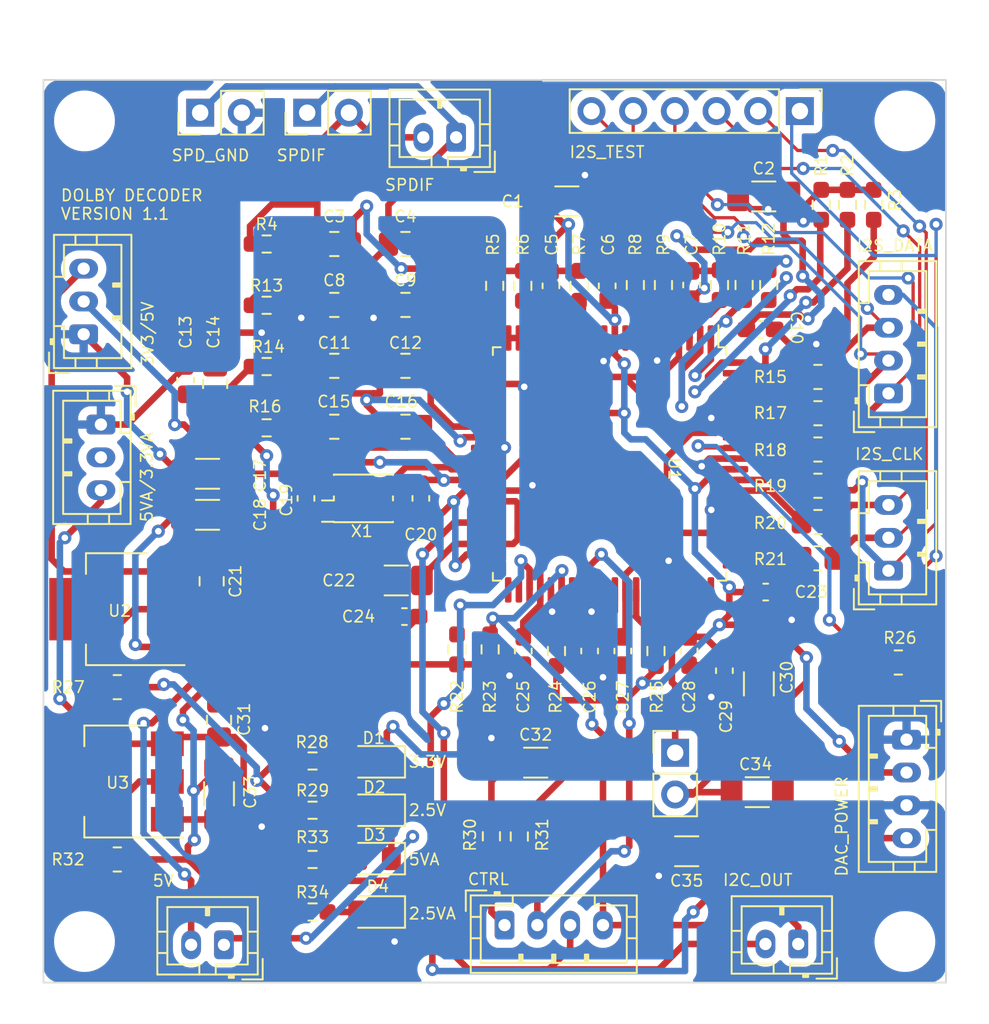
<source format=kicad_pcb>
(kicad_pcb (version 20221018) (generator pcbnew)
  (layers (0 "F.Cu" signal) (31 "B.Cu" signal) (34 "B.Paste" user) (35 "F.Paste" user) (36 "B.SilkS" user "B.Silkscreen") (37 "F.SilkS" user "F.Silkscreen") (38 "B.Mask" user) (39 "F.Mask" user) (44 "Edge.Cuts" user))
  (net 0 "")
  (net 1 "3V3")
  (net 2 "SDA")
  (net 3 "I2S_BC")
  (net 4 "I2S_WC")
  (net 5 "I2S_DATA")
  (net 6 "PCMCLK")
  (net 7 "BCLK")
  (net 8 "WCLK")
  (net 9 "I2S_D1")
  (net 10 "I2S_D2")
  (net 11 "I2S_D3")
  (net 12 "2.5V")
  (net 13 "RESET")
  (net 14 "IRQ")
  (net 15 "PLLAF")
  (net 16 "PLLSF")
  (net 17 "I2CADDR")
  (net 18 "SELI2C")
  (net 19 "5VA")
  (net 20 "5V")
  (net 21 "Net-(D1-A)")
  (net 22 "Net-(D2-A)")
  (net 23 "DCSB")
  (net 24 "CLKIN")
  (net 25 "SFREQ")
  (net 26 "Net-(D3-A)")
  (net 27 "Net-(D4-A)")
  (net 28 "SPDIF_IN")
  (net 29 "PLLSPDIF")
  (net 30 "GND")
  (net 31 "Net-(U2-VO)")
  (net 32 "DEEMPTH")
  (net 33 "AGND")
  (net 34 "3V3A")
  (net 35 "2.5VA")
  (net 36 "SCL")
  (net 37 "CLKOUT")
  (net 38 "SPDIF_N")
  (net 40 "I2S_D4")
  (net 41 "Net-(U1-SPDP)")
  (net 42 "Net-(U1-SPDN)")
  (net 43 "Net-(C8-Pad1)")
  (net 44 "Net-(C11-Pad2)")
  (net 45 "Net-(C15-Pad2)")
  (net 46 "Net-(U1-D2)")
  (net 47 "Net-(U1-D1)")
  (net 48 "Net-(U1-D0)")
  (net 49 "Net-(U1-A5)")
  (net 50 "Net-(U1-A0)")
  (net 51 "Net-(U1-D67)")
  (net 52 "Net-(U1-D6)")
  (net 53 "Net-(U1-D5)")
  (net 54 "Net-(U1-D4)")
  (net 55 "Net-(U1-D3)")
  (net 56 "Net-(U1-PCM_OUT3)")
  (net 57 "Net-(U1-PCM_OUT2)")
  (net 58 "Net-(U1-PCM_OUT1)")
  (net 59 "Net-(U1-PCMCLK)")
  (net 60 "Net-(U1-LRCLK)")
  (net 61 "Net-(U1-SCLK)")
  (net 62 "Net-(U1-PCM_OUT0)")
  (net 63 "Net-(U3-VO)")
  (footprint "Capacitor_SMD:C_0805_2012Metric_Pad1.18x1.45mm_HandSolder" (layer "F.Cu") (at 125.2 80.4 90)
    (fp_text reference "C31")
    (fp_text value "10U")
  )
  (footprint "Capacitor_SMD:C_1206_3216Metric_Pad1.33x1.80mm_HandSolder" (layer "F.Cu") (at 153.7 88.4 180)
    (fp_text reference "C35")
    (fp_text value "10U")
  )
  (footprint "Resistor_SMD:R_0603_1608Metric_Pad0.98x0.95mm_HandSolder" (layer "F.Cu") (at 130.9 82.9)
    (fp_text reference "R28")
    (fp_text value "430R")
  )
  (footprint "Connector_JST:JST_PH_B2B-PH-K_1x02_P2.00mm_Vertical" (layer "F.Cu") (at 160.5 94.05 180)
    (fp_text reference "J13" hide)
    (fp_text value "Conn_01x02_Male")
  )
  (footprint "Connector_PinHeader_2.54mm:PinHeader_1x02_P2.54mm_Vertical" (layer "F.Cu") (at 153 82.4)
    (fp_text reference "J10" hide)
    (fp_text value "Conn_01x02")
  )
  (footprint "Connector_PinHeader_2.54mm:PinHeader_1x06_P2.54mm_Vertical" (layer "F.Cu") (at 160.6 43.3 -90)
    (fp_text reference "J3" hide)
    (fp_text value "Conn_01x06_Male")
  )
  (footprint "Resistor_SMD:R_0603_1608Metric_Pad0.98x0.95mm_HandSolder" (layer "F.Cu") (at 142 53.95 -90)
    (fp_text reference "R5")
    (fp_text value "4.7K")
  )
  (footprint "Capacitor_SMD:C_0805_2012Metric_Pad1.18x1.45mm_HandSolder" (layer "F.Cu") (at 124.75 71.95 -90)
    (fp_text reference "C21")
    (fp_text value "10U")
  )
  (footprint "Capacitor_SMD:C_0603_1608Metric_Pad1.08x0.95mm_HandSolder" (layer "F.Cu") (at 153.85 76.2 -90)
    (fp_text reference "C28")
    (fp_text value "0.1U")
  )
  (footprint "Capacitor_SMD:C_1206_3216Metric_Pad1.33x1.80mm_HandSolder" (layer "F.Cu") (at 124.5 65.4 180)
    (fp_text reference "C17")
    (fp_text value "10U")
  )
  (footprint "Resistor_SMD:R_0603_1608Metric_Pad0.98x0.95mm_HandSolder" (layer "F.Cu") (at 128.1 58.866666 180)
    (fp_text reference "R14")
    (fp_text value "1K")
  )
  (footprint "Resistor_SMD:R_0805_2012Metric_Pad1.20x1.40mm_HandSolder" (layer "F.Cu") (at 161.7 59.5)
    (fp_text reference "R15")
    (fp_text value "47R")
  )
  (footprint "Resistor_SMD:R_0603_1608Metric_Pad0.98x0.95mm_HandSolder" (layer "F.Cu") (at 141.8 87.4875 -90)
    (fp_text reference "R30")
    (fp_text value "4.7K")
  )
  (footprint "Resistor_SMD:R_0603_1608Metric_Pad0.98x0.95mm_HandSolder" (layer "F.Cu") (at 143.5 87.5 -90)
    (fp_text reference "R31")
    (fp_text value "4.7K")
  )
  (footprint "Capacitor_SMD:C_1206_3216Metric_Pad1.33x1.80mm_HandSolder" (layer "F.Cu") (at 158.4 48.5 180)
    (fp_text reference "C2")
    (fp_text value "10U")
  )
  (footprint "Capacitor_SMD:C_0603_1608Metric_Pad1.08x0.95mm_HandSolder" (layer "F.Cu") (at 130.5 66.9 -90)
    (fp_text reference "C19")
    (fp_text value "10N")
  )
  (footprint "Capacitor_SMD:C_0805_2012Metric_Pad1.18x1.45mm_HandSolder" (layer "F.Cu") (at 136.5625 51.4)
    (fp_text reference "C4")
    (fp_text value "100N")
  )
  (footprint "Capacitor_SMD:C_1206_3216Metric_Pad1.33x1.80mm_HandSolder" (layer "F.Cu") (at 158.1 78.2 -90)
    (fp_text reference "C30")
    (fp_text value "10U")
  )
  (footprint "LED_SMD:LED_0805_2012Metric_Pad1.15x1.40mm_HandSolder" (layer "F.Cu") (at 134.675 85.9 180)
    (fp_text reference "D2")
    (fp_text value "ORANGE")
  )
  (footprint "Connector_PinHeader_2.54mm:PinHeader_1x02_P2.54mm_Vertical" (layer "F.Cu") (at 130.575 43.4 90)
    (fp_text reference "J2" hide)
    (fp_text value "Conn_01x02_Male")
  )
  (footprint "Resistor_SMD:R_0603_1608Metric_Pad0.98x0.95mm_HandSolder" (layer "F.Cu") (at 163.5 49.0125 -90)
    (fp_text reference "R2")
    (fp_text value "4.7K")
  )
  (footprint "Connector_PinHeader_2.54mm:PinHeader_1x02_P2.54mm_Vertical" (layer "F.Cu") (at 124.05 43.4 90)
    (fp_text reference "J1" hide)
    (fp_text value "Conn_01x02_Male")
  )
  (footprint "Resistor_SMD:R_0805_2012Metric_Pad1.20x1.40mm_HandSolder" (layer "F.Cu") (at 161.7 70.55)
    (fp_text reference "R21")
    (fp_text value "47R")
  )
  (footprint "Resistor_SMD:R_0603_1608Metric_Pad0.98x0.95mm_HandSolder" (layer "F.Cu") (at 128.1 51.4)
    (fp_text reference "R4")
    (fp_text value "75R")
  )
  (footprint "MountingHole:MountingHole_3.2mm_M3" (layer "F.Cu") (at 167 43.9)
    (fp_text reference "H2" hide)
    (fp_text value "MountingHole")
  )
  (footprint "Capacitor_SMD:C_0603_1608Metric_Pad1.08x0.95mm_HandSolder" (layer "F.Cu") (at 158.515712 72.607123)
    (fp_text reference "C23")
    (fp_text value "0.1U")
  )
  (footprint "Resistor_SMD:R_0805_2012Metric_Pad1.20x1.40mm_HandSolder" (layer "F.Cu") (at 161.7 68.34)
    (fp_text reference "R20")
    (fp_text value "47R")
  )
  (footprint "Capacitor_SMD:C_0603_1608Metric_Pad1.08x0.95mm_HandSolder" (layer "F.Cu") (at 148.85714 53.95 90)
    (fp_text reference "C6")
    (fp_text value "0.1U")
  )
  (footprint "Capacitor_SMD:C_0805_2012Metric_Pad1.18x1.45mm_HandSolder" (layer "F.Cu") (at 132.225 55.111111 180)
    (fp_text reference "C8")
    (fp_text value "4.7N")
  )
  (footprint "MountingHole:MountingHole_3.2mm_M3" (layer "F.Cu") (at 117 93.9)
    (fp_text reference "H3" hide)
    (fp_text value "MountingHole")
  )
  (footprint "Resistor_SMD:R_0805_2012Metric_Pad1.20x1.40mm_HandSolder" (layer "F.Cu") (at 161.7 66.13)
    (fp_text reference "R19")
    (fp_text value "47R")
  )
  (footprint "Resistor_SMD:R_0603_1608Metric_Pad0.98x0.95mm_HandSolder" (layer "F.Cu") (at 130.9 88.9)
    (fp_text reference "R33")
    (fp_text value "1K")
  )
  (footprint "Capacitor_SMD:C_0603_1608Metric_Pad1.08x0.95mm_HandSolder" (layer "F.Cu") (at 149.80714 76.2 -90)
    (fp_text reference "C27")
    (fp_text value "0.1U")
  )
  (footprint "Capacitor_SMD:C_0603_1608Metric_Pad1.08x0.95mm_HandSolder" (layer "F.Cu") (at 136.5 74.1 180)
    (fp_text reference "C24")
    (fp_text value "0.1U")
  )
  (footprint "Capacitor_SMD:C_0805_2012Metric_Pad1.18x1.45mm_HandSolder" (layer "F.Cu") (at 132.225 58.822222 180)
    (fp_text reference "C11")
    (fp_text value "5.6N")
  )
  (footprint "Resistor_SMD:R_0805_2012Metric_Pad1.20x1.40mm_HandSolder" (layer "F.Cu") (at 166.6 76.9)
    (fp_text reference "R26")
    (fp_text value "47R")
  )
  (footprint "Connector_JST:JST_PH_B4B-PH-K_1x04_P2.00mm_Vertical" (layer "F.Cu") (at 142.6 92.9)
    (fp_text reference "J11" hide)
    (fp_text value "Conn_01x04_Male")
  )
  (footprint "Capacitor_SMD:C_1206_3216Metric_Pad1.33x1.80mm_HandSolder" (layer "F.Cu") (at 146.4 48.8)
    (fp_text reference "C1")
    (fp_text value "10U")
  )
  (footprint "Capacitor_SMD:C_1206_3216Metric_Pad1.33x1.80mm_HandSolder" (layer "F.Cu") (at 124.5 67.9 180)
    (fp_text reference "C18")
    (fp_text value "10U")
  )
  (footprint "Resistor_SMD:R_0603_1608Metric_Pad0.98x0.95mm_HandSolder" (layer "F.Cu") (at 158.7 53.9 -90)
    (fp_text reference "R12")
    (fp_text value "4.7K")
  )
  (footprint "Connector_JST:JST_PH_B4B-PH-K_1x04_P2.00mm_Vertical" (layer "F.Cu") (at 166 60.5 90)
    (fp_text reference "J6" hide)
    (fp_text value "Conn_01x04_Male")
  )
  (footprint "Package_QFP:LQFP-80_14x14mm_P0.65mm" (layer "F.Cu") (at 149 64.8 -90)
    (fp_text reference "U1")
    (fp_text value "SPA130")
  )
  (footprint "Connector_JST:JST_PH_B2B-PH-K_1x02_P2.00mm_Vertical" (layer "F.Cu") (at 139.65 44.9 180)
    (fp_text reference "J4" hide)
    (fp_text value "Conn_01x02_Male")
  )
  (footprint "Capacitor_SMD:C_0805_2012Metric_Pad1.18x1.45mm_HandSolder" (layer "F.Cu") (at 124.9625 59.922222 90)
    (fp_text reference "C14")
    (fp_text value "10U")
  )
  (footprint "Connector_JST:JST_PH_B3B-PH-K_1x03_P2.00mm_Vertical" (layer "F.Cu") (at 116.95 56.9 90)
    (fp_text reference "J5" hide)
    (fp_text value "Conn_01x03_Male")
  )
  (footprint "Resistor_SMD:R_0603_1608Metric_Pad0.98x0.95mm_HandSolder" (layer "F.Cu") (at 143.714285 53.95 90)
    (fp_text reference "R6")
    (fp_text value "10K")
  )
  (footprint "Resistor_SMD:R_0603_1608Metric_Pad0.98x0.95mm_HandSolder" (layer "F.Cu") (at 141.721428 76.1 90)
    (fp_text reference "R23")
    (fp_text value "10K")
  )
  (footprint "Capacitor_SMD:C_1206_3216Metric_Pad1.33x1.80mm_HandSolder" (layer "F.Cu") (at 144.5 83 180)
    (fp_text reference "C32")
    (fp_text value "10U")
  )
  (footprint "Capacitor_SMD:C_0603_1608Metric_Pad1.08x0.95mm_HandSolder" (layer "F.Cu") (at 137.5 66.9 -90)
    (fp_text reference "C20")
    (fp_text value "0.1U")
  )
  (footprint "Resistor_SMD:R_0603_1608Metric_Pad0.98x0.95mm_HandSolder" (layer "F.Cu") (at 150.571425 53.9 -90)
    (fp_text reference "R8")
    (fp_text value "4.7K")
  )
  (footprint "Capacitor_SMD:C_0603_1608Metric_Pad1.08x0.95mm_HandSolder" (layer "F.Cu") (at 145.42857 53.95 90)
    (fp_text reference "C5")
    (fp_text value "0.1U")
  )
  (footprint "Capacitor_SMD:C_0603_1608Metric_Pad1.08x0.95mm_HandSolder" (layer "F.Cu") (at 158.2 56.6)
    (fp_text reference "C10")
    (fp_text value "0.1U")
  )
  (footprint "Capacitor_SMD:C_0603_1608Metric_Pad1.08x0.95mm_HandSolder" (layer "F.Cu") (at 156 77.4 -90)
    (fp_text reference "C29")
    (fp_text value "0.1U")
  )
  (footprint "Resistor_SMD:R_0603_1608Metric_Pad0.98x0.95mm_HandSolder" (layer "F.Cu") (at 151.828568 76.2 90)
    (fp_text reference "R25")
    (fp_text value "4.7K")
  )
  (footprint "Resistor_SMD:R_0603_1608Metric_Pad0.98x0.95mm_HandSolder" (layer "F.Cu") (at 128.1 62.6 180)
    (fp_text reference "R16")
    (fp_text value "1K")
  )
  (footprint "Resistor_SMD:R_0603_1608Metric_Pad0.98x0.95mm_HandSolder" (layer "F.Cu") (at 147.142855 53.95 90)
    (fp_text reference "R7")
    (fp_text value "10K")
  )
  (footprint "Resistor_SMD:R_0603_1608Metric_Pad0.98x0.95mm_HandSolder" (layer "F.Cu") (at 157.2 53.9 -90)
    (fp_text reference "R11")
    (fp_text value "4.7K")
  )
  (footprint "MountingHole:MountingHole_3.2mm_M3" (layer "F.Cu") (at 167 93.9)
    (fp_text reference "H4" hide)
    (fp_text value "MountingHole")
  )
  (footprint "Resistor_SMD:R_0603_1608Metric_Pad0.98x0.95mm_HandSolder" (layer "F.Cu") (at 145.764284 76.2 90)
    (fp_text reference "R24")
    (fp_text value "4.7K")
  )
  (footprint "Resistor_SMD:R_0603_1608Metric_Pad0.98x0.95mm_HandSolder" (layer "F.Cu") (at 130.9 92.1)
    (fp_text reference "R34")
    (fp_text value "160R")
  )
  (footprint "Resistor_SMD:R_0805_2012Metric_Pad1.20x1.40mm_HandSolder" (layer "F.Cu") (at 161.7 61.71)
    (fp_text reference "R17")
    (fp_text value "47R")
  )
  (footprint "Capacitor_SMD:C_1206_3216Metric_Pad1.33x1.80mm_HandSolder" (layer "F.Cu") (at 136 71.9 180)
    (fp_text reference "C22")
    (fp_text value "10U")
  )
  (footprint "Connector_JST:JST_PH_B3B-PH-K_1x03_P2.00mm_Vertical" (layer "F.Cu") (at 118 62.4 -90)
    (fp_text reference "J7" hide)
    (fp_text value "Conn_01x03_Male")
  )
  (footprint "Resistor_SMD:R_0603_1608Metric_Pad0.98x0.95mm_HandSolder" (layer "F.Cu") (at 128.1 55.133333 180)
    (fp_text reference "R13")
    (fp_text value "330R")
  )
  (footprint "Resistor_SMD:R_0805_2012Metric_Pad1.20x1.40mm_HandSolder" (layer "F.Cu") (at 161.7 63.92)
    (fp_text reference "R18")
    (fp_text value "47R")
  )
  (footprint "Resistor_SMD:R_0603_1608Metric_Pad0.98x0.95mm_HandSolder" (layer "F.Cu") (at 161.9 49.0125 -90)
    (fp_text reference "R1")
    (fp_text value "4.7K")
  )
  (footprint "Resistor_SMD:R_0603_1608Metric_Pad0.98x0.95mm_HandSolder" (layer "F.Cu") (at 155.7 53.9 -90)
    (fp_text reference "R10")
    (fp_text value "4.7K")
  )
  (footprint "Capacitor_SMD:C_0603_1608Metric_Pad1.08x0.95mm_HandSolder" (layer "F.Cu") (at 123.1625 59.692222 90)
    (fp_text reference "C13")
    (fp_text value "0.1U")
  )
  (footprint "Capacitor_SMD:C_0603_1608Metric_Pad1.08x0.95mm_HandSolder" (layer "F.Cu") (at 147.785712 76.2 -90)
    (fp_text reference "C26")
    (fp_text value "0.1U")
  )
  (footprint "Resistor_SMD:R_0805_2012Metric_Pad1.20x1.40mm_HandSolder" (layer "F.Cu") (at 119 88.9)
    (fp_text reference "R32")
    (fp_text value "22R")
  )
  (footprint "Resistor_SMD:R_0603_1608Metric_Pad0.98x0.95mm_HandSolder" (layer "F.Cu") (at 165.1 49.0125 -90)
    (fp_text reference "R3")
    (fp_text value "4.7K")
  )
  (footprint "LED_SMD:LED_0805_2012Metric_Pad1.15x1.40mm_HandSolder" (layer "F.Cu") (at 134.675 92.1 180)
    (fp_text reference "D4")
    (fp_text value "YELLOW")
  )
  (footprint "Capacitor_SMD:C_0805_2012Metric_Pad1.18x1.45mm_HandSolder" (layer "F.Cu") (at 132.225 51.4)
    (fp_text reference "C3")
    (fp_text value "100N")
  )
  (footprint "Connector_JST:JST_PH_B3B-PH-K_1x03_P2.00mm_Vertical" (layer "F.Cu") (at 166 71.3 90)
    (fp_text reference "J8" hide)
    (fp_text value "Conn_01x03_Male")
  )
  (footprint "Capacitor_SMD:C_0603_1608Metric_Pad1.08x0.95mm_HandSolder" (layer "F.Cu") (at 154 53.9 90)
    (fp_text reference "C7")
    (fp_text value "0.1U")
  )
  (footprint "Capacitor_SMD:C_0805_2012Metric_Pad1.18x1.45mm_HandSolder" (layer "F.Cu") (at 136.5625 58.822222 180)
    (fp_text reference "C12")
    (fp_text value "470P")
  )
  (footprint "Connector_JST:JST_PH_B2B-PH-K_1x02_P2.00mm_Vertical" (layer "F.Cu") (at 125.5 94.1 180)
    (fp_text reference "J12" hide)
    (fp_text value "Conn_01x02_Male")
  )
  (footprint "Resistor_SMD:R_0805_2012Metric_Pad1.20x1.40mm_HandSolder" (layer "F.Cu") (at 119 78.4)
    (fp_text reference "R27")
    (fp_text value "22R")
  )
  (footprint "Package_TO_SOT_SMD:SOT-223" (layer "F.Cu") (at 118.9 84.15 180)
    (fp_text reference "U3")
    (fp_text value "AMS1117-2.5")
  )
  (footprint "Resistor_SMD:R_0603_1608Metric_Pad0.98x0.95mm_HandSolder" (layer "F.Cu") (at 130.9 85.9)
    (fp_text reference "R29")
    (fp_text value "160R")
  )
  (footprint "LED_SMD:LED_0805_2012Metric_Pad1.15x1.40mm_HandSolder" (layer "F.Cu") (at 134.675 82.95 180)
    (fp_text reference "D1")
    (fp_text value "YELLOW")
  )
  (footprint "MountingHole:MountingHole_3.2mm_M3" (layer "F.Cu") (at 117 43.9)
    (fp_text reference "H1" hide)
    (fp_text value "MountingHole")
  )
  (footprint "Package_TO_SOT_SMD:SOT-223" (layer "F.Cu") (at 119 73.65 180)
    (fp_text reference "U2")
    (fp_text value "AMS1117-2.5")
  )
  (footprint "Capacitor_SMD:C_0805_2012Metric_Pad1.18x1.45mm_HandSolder" (layer "F.Cu") (at 136.5625 62.533334 180)
    (fp_text reference "C16")
    (fp_text value "470P")
  )
  (footprint "Resistor_SMD:R_0603_1608Metric_Pad0.98x0.95mm_HandSolder" (layer "F.Cu") (at 139.7 76.1 90)
    (fp_text reference "R22")
    (fp_text value "10K")
  )
  (footprint "Connector_JST:JST_PH_B4B-PH-K_1x04_P2.00mm_Vertical" (layer "F.Cu") (at 167.1 81.6 -90)
    (fp_text reference "J9" hide)
    (fp_text value "Conn_01x04_Male")
  )
  (footprint "Capacitor_SMD:C_0603_1608Metric_Pad1.08x0.95mm_HandSolder" (layer "F.Cu") (at 143.742856 76.2 -90)
    (fp_text reference "C25")
    (fp_text value "0.1U")
  )
  (footprint "Capacitor_SMD:C_0805_2012Metric_Pad1.18x1.45mm_HandSolder" (layer "F.Cu") (at 136.5625 55.111111 180)
    (fp_text reference "C9")
    (fp_text value "150P")
  )
  (footprint "Capacitor_SMD:C_1206_3216Metric_Pad1.33x1.80mm_HandSolder" (layer "F.Cu") (at 158 84.8 180)
    (fp_text reference "C34")
    (fp_text value "10U")
  )
  (footprint "LED_SMD:LED_0805_2012Metric_Pad1.15x1.40mm_HandSolder" (layer "F.Cu") (at 134.675 88.85 180)
    (fp_text reference "D3")
    (fp_text value "YELLOW")
  )
  (footprint "Capacitor_SMD:C_0805_2012Metric_Pad1.18x1.45mm_HandSolder" (layer "F.Cu") (at 132.225 62.533334 180)
    (fp_text reference "C15")
    (fp_text value "5.6N")
  )
  (footprint "Oscillator:Oscillator_SMD_EuroQuartz_XO32-4Pin_3.2x2.5mm_HandSoldering" (layer "F.Cu") (at 134 66.9)
    (fp_text reference "X1")
    (fp_text value "TXC-7C")
  )
  (footprint "Resistor_SMD:R_0603_1608Metric_Pad0.98x0.95mm_HandSolder" (layer "F.Cu") (at 152.28571 53.9 -90)
    (fp_text reference "R9")
    (fp_text value "4.7K")
  )
  (footprint "Capacitor_SMD:C_1206_3216Metric_Pad1.33x1.80mm_HandSolder" (layer "F.Cu") (at 125.2 84.9 -90)
    (fp_text reference "C33")
    (fp_text value "10U")
  )
  (gr_line (start 114.5 96.4) (end 169.5 96.4) (stroke (width 0.1)) (layer "Edge.Cuts"))
  (gr_line (start 169.5 41.4) (end 169.5 96.4) (stroke (width 0.1)) (layer "Edge.Cuts"))
  (gr_line (start 114.5 96.4) (end 114.5 41.4) (stroke (width 0.1)) (layer "Edge.Cuts"))
  (gr_line (start 114.5 41.4) (end 169.5 41.4) (stroke (width 0.1)) (layer "Edge.Cuts"))
  (gr_text "SPDIF" (at 135.25 47.8) (layer "F.SilkS") (effects (font (size 0.7 0.7) (thickness 0.1)) (justify left)))
  (gr_text "I2S_DATA\n" (at 164 51.5) (layer "F.SilkS") (effects (font (size 0.7 0.7) (thickness 0.1)) (justify left)))
  (gr_text "DOLBY DECODER\nVERSION 1.1" (at 115.5 49) (layer "F.SilkS") (effects (font (size 0.7 0.7) (thickness 0.1)) (justify left)))
  (gr_text "3V3/5V" (at 120.85 58.9 90) (layer "F.SilkS") (effects (font (size 0.7 0.7) (thickness 0.1)) (justify left)))
  (gr_text "I2C_OUT\n" (at 155.85 90.15) (layer "F.SilkS") (effects (font (size 0.7 0.7) (thickness 0.1)) (justify left)))
  (gr_text "I2S_CLK" (at 163.9 64.2) (layer "F.SilkS") (effects (font (size 0.7 0.7) (thickness 0.1)) (justify left)))
  (gr_text "DAC_POWER" (at 163.15 90 90) (layer "F.SilkS") (effects (font (size 0.7 0.7) (thickness 0.1)) (justify left)))
  (gr_text "SPD_GND\n" (at 122.25 46) (layer "F.SilkS") (effects (font (size 0.7 0.7) (thickness 0.1)) (justify left)))
  (gr_text "2.5V" (at 136.7 85.9) (layer "F.SilkS") (effects (font (size 0.7 0.7) (thickness 0.1)) (justify left)))
  (gr_text "3.3V" (at 136.7 82.95) (layer "F.SilkS") (effects (font (size 0.7 0.7) (thickness 0.1)) (justify left)))
  (gr_text "CTRL" (at 140.3 90.1) (layer "F.SilkS") (effects (font (size 0.7 0.7) (thickness 0.1)) (justify left)))
  (gr_text "I2S_TEST" (at 146.5 45.8) (layer "F.SilkS") (effects (font (size 0.7 0.7) (thickness 0.1)) (justify left)))
  (gr_text "5VA/3.3VA" (at 120.8 68.4 90) (layer "F.SilkS") (effects (font (size 0.7 0.7) (thickness 0.1)) (justify left)))
  (gr_text "SPDIF" (at 128.65 46) (layer "F.SilkS") (effects (font (size 0.7 0.7) (thickness 0.1)) (justify left)))
  (gr_text "2.5VA" (at 136.7 92.2) (layer "F.SilkS") (effects (font (size 0.7 0.7) (thickness 0.1)) (justify left)))
  (gr_text "5V" (at 121.1 90.2) (layer "F.SilkS") (effects (font (size 0.7 0.7) (thickness 0.1)) (justify left)))
  (gr_text "5VA" (at 136.7 88.9) (layer "F.SilkS") (effects (font (size 0.7 0.7) (thickness 0.1)) (justify left)))
  (segment (start 154.391045 66.3) (end 155.566045 65.125) (width 0.4) (layer "F.Cu") (net 1))
  (segment (start 126.0625 65.4) (end 123.0625 62.4) (width 0.4) (layer "F.Cu") (net 1))
  (segment (start 133.756836 77.0125) (end 139.7 77.0125) (width 0.4) (layer "F.Cu") (net 1))
  (segment (start 149.325 58.125) (end 149.325 57.125) (width 0.4) (layer "F.Cu") (net 1))
  (segment (start 142.425 65.775) (end 146.5 61.7) (width 0.4) (layer "F.Cu") (net 1))
  (segment (start 147.539284 75.3375) (end 145.764284 77.1125) (width 0.4) (layer "F.Cu") (net 1))
  (segment (start 143.714285 52.985715) (end 146.5 50.2) (width 0.4) (layer "F.Cu") (net 1))
  (segment (start 141.721428 77.0125) (end 139.7 77.0125) (width 0.4) (layer "F.Cu") (net 1))
  (segment (start 123.0625 62.4) (end 122.5 62.4) (width 0.4) (layer "F.Cu") (net 1))
  (segment (start 133 64.7) (end 135 64.7) (width 0.4) (layer "F.Cu") (net 1))
  (segment (start 146.2 82.1) (end 145.764284 81.664284) (width 0.4) (layer "F.Cu") (net 1))
  (segment (start 145.764284 79.664284) (end 145.764284 79.164284) (width 0.4) (layer "F.Cu") (net 1))
  (segment (start 141.721428 77.821428) (end 143.564284 79.664284) (width 0.4) (layer "F.Cu") (net 1))
  (segment (start 145.764284 79.164284) (end 145.8 79.2) (width 0.4) (layer "F.Cu") (net 1))
  (segment (start 143.564284 79.664284) (end 145.764284 79.664284) (width 0.4) (layer "F.Cu") (net 1))
  (segment (start 149.9495 79.2) (end 150.9995 78.15) (width 0.4) (layer "F.Cu") (net 1))
  (segment (start 156.607123 72.607123) (end 156.3 72.3) (width 0.4) (layer "F.Cu") (net 1))
  (segment (start 156.3 72.3) (end 156.3 74) (width 0.4) (layer "F.Cu") (net 1))
  (segment (start 139.125 65.775) (end 139.1 65.8) (width 0.4) (layer "F.Cu") (net 1))
  (segment (start 139.125 65.775) (end 137.7625 65.775) (width 0.4) (layer "F.Cu") (net 1))
  (segment (start 167.1 83.6) (end 164.9 83.6) (width 0.4) (layer "F.Cu") (net 1))
  (segment (start 149.325 57.125) (end 149.325 55.28036) (width 0.4) (layer "F.Cu") (net 1))
  (segment (start 164.9 83.6) (end 163 81.7) (width 0.4) (layer "F.Cu") (net 1))
  (segment (start 129.7125 83.15) (end 129.7125 81.056836) (width 0.4) (layer "F.Cu") (net 1))
  (segment (start 159.5625 79.5375) (end 159.5625 84.8) (width 0.4) (layer "F.Cu") (net 1))
  (segment (start 155.566045 65.125) (end 156.675 65.125) (width 0.4) (layer "F.Cu") (net 1))
  (segment (start 157.653212 72.607123) (end 156.607123 72.607123) (width 0.4) (layer "F.Cu") (net 1))
  (segment (start 161 76.6) (end 159 74.6) (width 0.4) (layer "F.Cu") (net 1))
  (segment (start 149.325 73.775) (end 149.325 72.475) (width 0.4) (layer "F.Cu") (net 1))
  (segment (start 142 53.0375) (end 143.714285 53.0375) (width 0.4) (layer "F.Cu") (net 1))
  (segment (start 161 76.6) (end 161 78.1) (width 0.4) (layer "F.Cu") (net 1))
  (segment (start 144.8375 48.8) (end 146.2375 50.2) (width 0.4) (layer "F.Cu") (net 1))
  (segment (start 145.764284 81.664284) (end 145.764284 79.664284) (width 0.4) (layer "F.Cu") (net 1))
  (segment (start 141.325 65.775) (end 142.425 65.775) (width 0.4) (layer "F.Cu") (net 1))
  (segment (start 129.8625 65.4) (end 130.5 66.0375) (width 0.4) (layer "F.Cu") (net 1))
  (segment (start 146.0625 84.025) (end 143.5 86.5875) (width 0.4) (layer "F.Cu") (net 1))
  (segment (start 149.325 55.28036) (end 148.85714 54.8125) (width 0.4) (layer "F.Cu") (net 1))
  (segment (start 156.3 74) (end 155.7 74.6) (width 0.4) (layer "F.Cu") (net 1))
  (segment (start 146.0625 81.9) (end 146.0625 84.025) (width 0.4) (layer "F.Cu") (net 1))
  (segment (start 146.5 61.7) (end 149.9 61.7) (width 0.4) (layer "F.Cu") (net 1))
  (segment (start 132.55 65.15) (end 133 64.7) (width 0.4) (layer "F.Cu") (net 1))
  (segment (start 131.7 64.7) (end 133 64.7) (width 0.4) (layer "F.Cu") (net 1))
  (segment (start 141.325 65.775) (end 139.125 65.775) (width 0.4) (layer "F.Cu") (net 1))
  (segment (start 132.55 66.125) (end 132.55 65.15) (width 0.4) (layer "F.Cu") (net 1))
  (segment (start 146.2375 50.2) (end 146.5 50.2) (width 0.4) (layer "F.Cu") (net 1))
  (segment (start 154.2 66.3) (end 154.391045 66.3) (width 0.4) (layer "F.Cu") (net 1))
  (segment (start 145.8 79.2) (end 149.9495 79.2) (width 0.4) (layer "F.Cu") (net 1))
  (segment (start 141.721428 77.0125) (end 141.721428 77.821428) (width 0.4) (layer "F.Cu") (net 1))
  (segment (start 149.9 58.7) (end 149.325 58.125) (width 0.4) (layer "F.Cu") (net 1))
  (segment (start 145.764284 79.164284) (end 145.764284 77.1125) (width 0.4) (layer "F.Cu") (net 1))
  (segment (start 161 78.1) (end 159.5625 79.5375) (width 0.4) (layer "F.Cu") (net 1))
  (segment (start 126.0625 65.4) (end 129.8625 65.4) (width 0.4) (layer "F.Cu") (net 1))
  (segment (start 159 74.6) (end 155.7 74.6) (width 0.4) (layer "F.Cu") (net 1))
  (segment (start 139.1 65.8) (end 138.9 65.8) (width 0.4) (layer "F.Cu") (net 1))
  (segment (start 151.828568 77.320932) (end 150.9995 78.15) (width 0.4) (layer "F.Cu") (net 1))
  (segment (start 130.5 65.9) (end 131.7 64.7) (width 0.4) (layer "F.Cu") (net 1))
  (segment (start 147.785712 75.314288) (end 149.325 73.775) (width 0.4) (layer "F.Cu") (net 1))
  (segment (start 129.7125 81.056836) (end 133.756836 77.0125) (width 0.4) (layer "F.Cu") (net 1))
  (via (at 149.9 61.7) (size 0.8) (drill 0.4) (layers "F.Cu" "B.Cu") (net 1))
  (via (at 138.9 65.8) (size 0.8) (drill 0.4) (layers "F.Cu" "B.Cu") (net 1))
  (via (at 122.5 62.4) (size 0.8) (drill 0.4) (layers "F.Cu" "B.Cu") (net 1))
  (via (at 135 64.7) (size 0.8) (drill 0.4) (layers "F.Cu" "B.Cu") (net 1))
  (via (at 149.9 58.7) (size 0.8) (drill 0.4) (layers "F.Cu" "B.Cu") (net 1))
  (via (at 149.325 56.017795) (size 0.8) (drill 0.4) (layers "F.Cu" "B.Cu") (net 1))
  (via (at 163 81.7) (size 0.8) (drill 0.4) (layers "F.Cu" "B.Cu") (net 1))
  (via (at 161 76.6) (size 0.8) (drill 0.4) (layers "F.Cu" "B.Cu") (net 1))
  (via (at 150.9995 78.15) (size 0.8) (drill 0.4) (layers "F.Cu" "B.Cu") (net 1))
  (via (at 146.5 50.2) (size 0.8) (drill 0.4) (layers "F.Cu" "B.Cu") (net 1))
  (via (at 156.3 72.3) (size 0.8) (drill 0.4) (layers "F.Cu" "B.Cu") (net 1))
  (via (at 154.2 66.3) (size 0.8) (drill 0.4) (layers "F.Cu" "B.Cu") (net 1))
  (via (at 155.7 74.6) (size 0.8) (drill 0.4) (layers "F.Cu" "B.Cu") (net 1))
  (segment (start 161 79.7) (end 161 76.6) (width 0.4) (layer "B.Cu") (net 1))
  (segment (start 137.8 64.7) (end 138.9 65.8) (width 0.4) (layer "B.Cu") (net 1))
  (segment (start 122.5 60.45) (end 122.5 62.4) (width 0.4) (layer "B.Cu") (net 1))
  (segment (start 149.117795 56.017795) (end 146.5 53.4) (width 0.4) (layer "B.Cu") (net 1))
  (segment (start 149.9 62.9) (end 149.9 61.7) (width 0.4) (layer "B.Cu") (net 1))
  (segment (start 116.95 54.9) (end 122.5 60.45) (width 0.4) (layer "B.Cu") (net 1))
  (segment (start 151.2 63.3) (end 150.3 63.3) (width 0.4) (layer "B.Cu") (net 1))
  (segment (start 149.325 56.017795) (end 149.117795 56.017795) (width 0.4) (layer "B.Cu") (net 1))
  (segment (start 135 64.7) (end 137.8 64.7) (width 0.4) (layer "B.Cu") (net 1))
  (segment (start 155.7 74.6) (end 152.15 78.15) (width 0.4) (layer "B.Cu") (net 1))
  (segment (start 152.15 78.15) (end 150.9995 78.15) (width 0.4) (layer "B.Cu") (net 1))
  (segment (start 154.2 70.2) (end 154.2 66.3) (width 0.4) (layer "B.Cu") (net 1))
  (segment (start 150.3 63.3) (end 149.9 62.9) (width 0.4) (layer "B.Cu") (net 1))
  (segment (start 163 81.7) (end 161 79.7) (width 0.4) (layer "B.Cu") (net 1))
  (segment (start 154.2 66.3) (end 151.2 63.3) (width 0.4) (layer "B.Cu") (net 1))
  (segment (start 146.5 53.4) (end 146.5 50.2) (width 0.4) (layer "B.Cu") (net 1))
  (segment (start 156.3 72.3) (end 154.2 70.2) (width 0.4) (layer "B.Cu") (net 1))
  (segment (start 149.9 61.7) (end 149.9 58.7) (width 0.4) (layer "B.Cu") (net 1))
  (segment (start 146.6 92.9) (end 146.6 94.3) (width 0.4) (layer "F.Cu") (net 2))
  (segment (start 140.4 95.6) (end 138.1005 93.3005) (width 0.4) (layer "F.Cu") (net 2))
  (segment (start 145.3 95.6) (end 144.9 95.6) (width 0.4) (layer "F.Cu") (net 2))
  (segment (start 144.125 71.225) (end 143.6 70.7) (width 0.4) (layer "F.Cu") (net 2))
  (segment (start 144.9 95.6) (end 140.4 95.6) (width 0.4) (layer "F.Cu") (net 2))
  (segment (start 146.6 94.3) (end 145.3 95.6) (width 0.4) (layer "F.Cu") (net 2))
  (segment (start 153.55 94.05) (end 152 95.6) (width 0.4) (layer "F.Cu") (net 2))
  (segment (start 138.1005 93.3005) (end 138.1005 80.1995) (width 0.4) (layer "F.Cu") (net 2))
  (segment (start 144.125 72.475) (end 144.125 71.225) (width 0.4) (layer "F.Cu") (net 2))
  (segment (start 139.9 73.4) (end 139.9 74.9875) (width 0.4) (layer "F.Cu") (net 2))
  (segment (start 158.5 94.05) (end 153.55 94.05) (width 0.4) (layer "F.Cu") (net 2))
  (segment (start 138.1005 80.1995) (end 138.9 79.4) (width 0.4) (layer "F.Cu") (net 2))
  (segment (start 144.9 95.6) (end 152 95.6) (width 0.4) (layer "F.Cu") (net 2))
  (via (at 143.6 70.7) (size 0.8) (drill 0.4) (layers "F.Cu" "B.Cu") (net 2))
  (via (at 139.9 73.4) (size 0.8) (drill 0.4) (layers "F.Cu" "B.Cu") (net 2))
  (via (at 138.9 79.4) (size 0.8) (drill 0.4) (layers "F.Cu" "B.Cu") (net 2))
  (segment (start 139.9 78.4) (end 138.9 79.4) (width 0.4) (layer "B.Cu") (net 2))
  (segment (start 141.9 73.4) (end 143.6 71.7) (width 0.4) (layer "B.Cu") (net 2))
  (segment (start 139.9 73.4) (end 139.9 78.4) (width 0.4) (layer "B.Cu") (net 2))
  (segment (start 143.6 71.7) (end 143.6 70.7) (width 0.4) (layer "B.Cu") (net 2))
  (segment (start 139.9 73.4) (end 141.9 73.4) (width 0.4) (layer "B.Cu") (net 2))
  (segment (start 168.9 68.4) (end 168.9 50.2) (width 0.2) (layer "F.Cu") (net 6))
  (segment (start 162.37 66.4) (end 163.900004 66.4) (width 0.4) (layer "F.Cu") (net 6))
  (segment (start 163.900004 66.4) (end 164.400004 65.9) (width 0.4) (layer "F.Cu") (net 6))
  (segment (start 166 71.3) (end 168.9 68.4) (width 0.2) (layer "F.Cu") (net 6))
  (via (at 168.9 50.2) (size 0.8) (drill 0.4) (layers "F.Cu" "B.Cu") (net 6))
  (via (at 164.400004 65.9) (size 0.8) (drill 0.4) (layers "F.Cu" "B.Cu") (net 6))
  (segment (start 166 71.3) (end 164.400004 69.700004) (width 0.4) (layer "B.Cu") (net 6))
  (segment (start 164.400004 69.700004) (end 164.400004 65.9) (width 0.4) (layer "B.Cu") (net 6))
  (segment (start 165.110757 52.1) (end 168.9 52.1) (width 0.2) (layer "B.Cu") (net 6))
  (segment (start 160.1005 47.089743) (end 165.110757 52.1) (width 0.2) (layer "B.Cu") (net 6))
  (segment (start 160.1005 43.7995) (end 160.1005 47.089743) (width 0.2) (layer "B.Cu") (net 6))
  (segment (start 168.9 52.1) (end 168.9 50.2) (width 0.2) (layer "B.Cu") (net 6))
  (segment (start 163.95 69.3) (end 162.7 70.55) (width 0.4) (layer "F.Cu") (net 7))
  (segment (start 168.299501 67.500499) (end 168.299501 50.720529) (width 0.2) (layer "F.Cu") (net 7))
  (segment (start 168.299501 50.720529) (end 167.891425 50.312453) (width 0.2) (layer "F.Cu") (net 7))
  (segment (start 160.46 45.7) (end 162.6 45.7) (width 0.2) (layer "F.Cu") (net 7))
  (segment (start 158.06 43.3) (end 160.46 45.7) (width 0.2) (layer "F.Cu") (net 7))
  (segment (start 166.5 69.3) (end 168.299501 67.500499) (width 0.2) (layer "F.Cu") (net 7))
  (segment (start 166 69.3) (end 163.95 69.3) (width 0.4) (layer "F.Cu") (net 7))
  (segment (start 166 69.3) (end 166.5 69.3) (width 0.2) (layer "F.Cu") (net 7))
  (via (at 162.6 45.7) (size 0.8) (drill 0.4) (layers "F.Cu" "B.Cu") (net 7))
  (via (at 167.891425 50.312453) (size 0.8) (drill 0.4) (layers "F.Cu" "B.Cu") (net 7))
  (segment (start 167.891425 50.312453) (end 163.278972 45.7) (width 0.2) (layer "B.Cu") (net 7))
  (segment (start 163.278972 45.7) (end 162.6 45.7) (width 0.2) (layer "B.Cu") (net 7))
  (segment (start 167.9 51.6) (end 166.9 50.6) (width 0.2) (layer "F.Cu") (net 8))
  (segment (start 162.7 68.34) (end 163.74 67.3) (width 0.4) (layer "F.Cu") (net 8))
  (segment (start 166.3 67.3) (end 167.9 65.7) (width 0.2) (layer "F.Cu") (net 8))
  (segment (start 155.52 43.3) (end 159.02 46.8) (width 0.2) (layer "F.Cu") (net 8))
  (segment (start 159.02 46.8) (end 160.8 46.8) (width 0.2) (layer "F.Cu") (net 8))
  (segment (start 163.74 67.3) (end 166 67.3) (width 0.4) (layer "F.Cu") (net 8))
  (segment (start 166 67.3) (end 166.3 67.3) (width 0.2) (layer "F.Cu") (net 8))
  (segment (start 167.9 65.7) (end 167.9 51.6) (width 0.2) (layer "F.Cu") (net 8))
  (via (at 160.8 46.8) (size 0.8) (drill 0.4) (layers "F.Cu" "B.Cu") (net 8))
  (via (at 166.9 50.6) (size 0.8) (drill 0.4) (layers "F.Cu" "B.Cu") (net 8))
  (segment (start 163.1 46.8) (end 160.8 46.8) (width 0.2) (layer "B.Cu") (net 8))
  (segment (start 166.9 50.6) (end 163.1 46.8) (width 0.2) (layer "B.Cu") (net 8))
  (segment (start 167.500499 53.769287) (end 167.2005 53.469288) (width 0.2) (layer "F.Cu") (net 9))
  (segment (start 167.500499 58.999501) (end 167.500499 53.769287) (width 0.2) (layer "F.Cu") (net 9))
  (segment (start 152.98 46.4045) (end 155.5755 49) (width 0.2) (layer "F.Cu") (net 9))
  (segment (start 166 60.5) (end 167.500499 58.999501) (width 0.2) (layer "F.Cu") (net 9))
  (segment (start 152.98 43.3) (end 152.98 46.4045) (width 0.2) (layer "F.Cu") (net 9))
  (segment (start 162.58 63.92) (end 166 60.5) (width 0.4) (layer "F.Cu") (net 9))
  (via (at 167.2005 53.469288) (size 0.8) (drill 0.4) (layers "F.Cu" "B.Cu") (net 9))
  (via (at 155.5755 49) (size 0.8) (drill 0.4) (layers "F.Cu" "B.Cu") (net 9))
  (segment (start 157.4 49) (end 159.1 50.7) (width 0.2) (layer "B.Cu") (net 9))
  (segment (start 162 50.7) (end 164.769288 53.469288) (width 0.2) (layer "B.Cu") (net 9))
  (segment (start 155.5755 49) (end 157.4 49) (width 0.2) (layer "B.Cu") (net 9))
  (segment (start 164.769288 53.469288) (end 167.2005 53.469288) (width 0.2) (layer "B.Cu") (net 9))
  (segment (start 159.1 50.7) (end 162 50.7) (width 0.2) (layer "B.Cu") (net 9))
  (segment (start 150.44 44.853743) (end 155.386257 49.8) (width 0.2) (layer "F.Cu") (net 10))
  (segment (start 164.3 58.1) (end 165.6 58.1) (width 0.2) (layer "F.Cu") (net 10))
  (segment (start 155.386257 49.8) (end 156.6 49.8) (width 0.2) (layer "F.Cu") (net 10))
  (segment (start 157.173979 50.373979) (end 157.173979 50.948669) (width 0.2) (layer "F.Cu") (net 10))
  (segment (start 162.79 61.71) (end 166 58.5) (width 0.4) (layer "F.Cu") (net 10))
  (segment (start 150.44 43.3) (end 150.44 44.853743) (width 0.2) (layer "F.Cu") (net 10))
  (segment (start 156.6 49.8) (end 157.173979 50.373979) (width 0.2) (layer "F.Cu") (net 10))
  (via (at 164.3 58.1) (size 0.8) (drill 0.4) (layers "F.Cu" "B.Cu") (net 10))
  (via (at 157.173979 50.948669) (size 0.8) (drill 0.4) (layers "F.Cu" "B.Cu") (net 10))
  (segment (start 164.3 58.1) (end 164.3 55.9) (width 0.2) (layer "B.Cu") (net 10))
  (segment (start 159.899002 51.499002) (end 157.724312 51.499002) (width 0.2) (layer "B.Cu") (net 10))
  (segment (start 164.3 55.9) (end 159.899002 51.499002) (width 0.2) (layer "B.Cu") (net 10))
  (segment (start 157.724312 51.499002) (end 157.173979 50.948669) (width 0.2) (layer "B.Cu") (net 10))
  (segment (start 164.725 56.5) (end 166 56.5) (width 0.4) (layer "F.Cu") (net 11))
  (segment (start 155.285236 50.685236) (end 156.207108 50.685236) (width 0.2) (layer "F.Cu") (net 11))
  (segment (start 162.7 58.525) (end 164.725 56.5) (width 0.4) (layer "F.Cu") (net 11))
  (segment (start 162.7 59.5) (end 162.7 58.525) (width 0.4) (layer "F.Cu") (net 11))
  (segment (start 165.889244 56.5) (end 164.711721 55.322477) (width 0.2) (layer "F.Cu") (net 11))
  (segment (start 147.9 43.3) (end 155.285236 50.685236) (width 0.2) (layer "F.Cu") (net 11))
  (via (at 164.711721 55.322477) (size 0.8) (drill 0.4) (layers "F.Cu" "B.Cu") (net 11))
  (via (at 156.207108 50.685236) (size 0.8) (drill 0.4) (layers "F.Cu" "B.Cu") (net 11))
  (segment (start 164.619262 55.322477) (end 164.711721 55.322477) (width 0.2) (layer "B.Cu") (net 11))
  (segment (start 157.93552 50.1005) (end 158.934521 51.099501) (width 0.2) (layer "B.Cu") (net 11))
  (segment (start 156.207108 50.685236) (end 156.791844 50.1005) (width 0.2) (layer "B.Cu") (net 11))
  (segment (start 160.396286 51.099501) (end 164.619262 55.322477) (width 0.2) (layer "B.Cu") (net 11))
  (segment (start 156.791844 50.1005) (end 157.93552 50.1005) (width 0.2) (layer "B.Cu") (net 11))
  (segment (start 158.934521 51.099501) (end 160.396286 51.099501) (width 0.2) (layer "B.Cu") (net 11))
  (segment (start 143.4 68.7) (end 143.4 69.4) (width 0.4) (layer "F.Cu") (net 12))
  (segment (start 133.1 76.2) (end 129.1 80.2) (width 0.4) (layer "F.Cu") (net 12))
  (segment (start 160.839165 55.960721) (end 161.093349 55.960721) (width 0.4) (layer "F.Cu") (net 12))
  (segment (start 160.578444 55.7) (end 160.839165 55.960721) (width 0.4) (layer "F.Cu") (net 12))
  (segment (start 144.775 57.125) (end 144.775 55.46607) (width 0.4) (layer "F.Cu") (net 12))
  (segment (start 143.930664 68.7) (end 143.4 68.7) (width 0.4) (layer "F.Cu") (net 12))
  (segment (start 143.742856 74.42648) (end 144.775 73.394336) (width 0.4) (layer "F.Cu") (net 12))
  (segment (start 141.325 67.075) (end 143.275 67.075) (width 0.4) (layer "F.Cu") (net 12))
  (segment (start 158.1 55.7) (end 160.578444 55.7) (width 0.4) (layer "F.Cu") (net 12))
  (segment (start 155.467893 62.9) (end 154 62.9) (width 0.4) (layer "F.Cu") (net 12))
  (segment (start 154 62.9) (end 153.1 63.8) (width 0.4) (layer "F.Cu") (net 12))
  (segment (start 129.1 82.481748) (end 127.4995 84.082248) (width 0.4) (layer "F.Cu") (net 12))
  (segment (start 151.925 72.475) (end 151.925 73.925) (width 0.4) (layer "F.Cu") (net 12))
  (segment (start 156.675 68.375) (end 155.842893 68.375) (width 0.4) (layer "F.Cu") (net 12))
  (segment (start 156 76.5375) (end 158 76.5375) (width 0.4) (layer "F.Cu") (net 12))
  (segment (start 143.125 69.675) (end 141.325 69.675) (width 0.4) (layer "F.Cu") (net 12))
  (segment (start 159.6005 50.8005) (end 160 51.2) (width 0.4) (layer "F.Cu") (net 12))
  (segment (start 153.225 55.5375) (end 154 54.7625) (width 0.4) (layer "F.Cu") (net 12))
  (segment (start 155.842893 68.375) (end 155.217893 69) (width 0.4) (layer "F.Cu") (net 12))
  (segment (start 139.555664 69.675) (end 137.693164 71.5375) (width 0.4) (layer "F.Cu") (net 12))
  (segment (start 156 76.5375) (end 154.8 75.3375) (width 0.4) (layer "F.Cu") (net 12))
  (segment (start 149.975 72.475) (end 149.975 75.16964) (width 0.4) (layer "F.Cu") (net 12))
  (segment (start 160 51.2) (end 158.053312 51.2) (width 0.4) (layer "F.Cu") (net 12))
  (segment (start 141.325 69.675) (end 139.555664 69.675) (width 0.4) (layer "F.Cu") (net 12))
  (segment (start 129.6875 86.1) (end 127.669748 84.082248) (width 0.4) (layer "F.Cu") (net 12))
  (segment (start 155.217893 69) (end 152.5 69) (width 0.4) (layer "F.Cu") (net 12))
  (segment (start 137.5625 71.9) (end 137.5625 73.9) (width 0.4) (layer "F.Cu") (net 12))
  (segment (start 152.030664 59.4995) (end 149.9005 59.4995) (width 0.4) (layer "F.Cu") (net 12))
  (segment (start 151 70.5) (end 149.975 71.525) (width 0.4) (layer "F.Cu") (net 12))
  (segment (start 153.948169 51.748169) (end 153.1 50.9) (width 0.4) (layer "F.Cu") (net 12))
  (segment (start 144.775 73.394336) (end 144.775 72.475) (width 0.4) (layer "F.Cu") (net 12))
  (segment (start 153.225 57.125) (end 153.225 58.305164) (width 0.4) (layer "F.Cu") (net 12))
  (segment (start 143.742856 75.3375) (end 143.742856 74.42648) (width 0.4) (layer "F.Cu") (net 12))
  (segment (start 151.925 72.475) (end 151.925 71.425) (width 0.4) (layer "F.Cu") (net 12))
  (segment (start 160 51.2) (end 160.7 51.2) (width 0.4) (layer "F.Cu") (net 12))
  (segment (start 143.275 67.075) (end 143.4 67.2) (width 0.4) (layer "F.Cu") (net 12))
  (segment (start 121.669336 78.4) (end 121.834668 78.234668) (width 0.4) (layer "F.Cu") (net 12))
  (segment (start 151.925 71.425) (end 151 70.5) (width 0.4) (layer "F.Cu") (net 12))
  (segment (start 144.775 72.475) (end 144.775 69.544336) (width 0.4) (layer "F.Cu") (net 12))
  (segment (start 153.225 58.305164) (end 152.030664 59.4995) (width 0.4) (layer "F.Cu") (net 12))
  (segment (start 158.053312 51.2) (end 157.505143 51.748169) (width 0.4) (layer "F.Cu") (net 12))
  (segment (start 160.1875 48.8) (end 159.6005 49.387) (width 0.4) (layer "F.Cu") (net 12))
  (segment (start 153.225 57.125) (end 153.225 55.5375) (width 0.4) (layer "F.Cu") (net 12))
  (segment (start 149.9005 59.4995) (end 145.6995 59.4995) (width 0.4) (layer "F.Cu") (net 12))
  (segment (start 154.679119 54.083381) (end 154 54.7625) (width 0.4) (layer "F.Cu") (net 12))
  (segment (start 155.842893 62.525) (end 155.467893 62.9) (width 0.4) (layer "F.Cu") (net 12))
  (segment (start 153.85 74.45) (end 153.85 75.3375) (width 0.4) (layer "F.Cu") (net 12))
  (segment (start 160.768906 51.268906) (end 160.768906 53.358149) (width 0.4) (layer "F.Cu") (net 12))
  (segment (start 127.669748 84.082248) (end 127.4995 84.082248) (width 0.4) (layer "F.Cu") (net 12))
  (segment (start 144.465332 69.234668) (end 143.930664 68.7) (width 0.4) (layer "F.Cu") (net 12))
  (segment (start 149.975 71.525) (end 149.975 72.475) (width 0.4) (layer "F.Cu") (net 12))
  (segment (start 143.4 69.4) (end 143.125 69.675) (width 0.4) (layer "F.Cu") (net 12))
  (segment (start 152.1 74.1) (end 153.5 74.1) (width 0.4) (layer "F.Cu") (net 12))
  (segment (start 143.4 67.2) (end 143.4 68.7) (width 0.4) (layer "F.Cu") (net 12))
  (segment (start 152.5 64.4) (end 152.5 69) (width 0.4) (layer "F.Cu") (net 12))
  (segment (start 120 78.4) (end 121.669336 78.4) (width 0.4) (layer "F.Cu") (net 12))
  (segment (start 159.6005 49.387) (end 159.6005 50.8005) (width 0.4) (layer "F.Cu") (net 12))
  (segment (start 157.505143 51.748169) (end 153.948169 51.748169) (width 0.4) (layer "F.Cu") (net 12))
  (segment (start 154.776195 54.083381) (end 154.679119 54.083381) (width 0.4) (layer "F.Cu") (net 12))
  (segment (start 129.1 80.2) (end 129.1 82.481748) (width 0.4) (layer "F.Cu") (net 12))
  (segment (start 144.775 69.544336) (end 144.465332 69.234668) (width 0.4) (layer "F.Cu") (net 12))
  (segment (start 154.8 75.3375) (end 153.85 75.3375) (width 0.4) (layer "F.Cu") (net 12))
  (segment (start 135.2625 76.2) (end 133.1 76.2) (width 0.4) (layer "F.Cu") (net 12))
  (segment (start 153.5 74.1) (end 153.85 74.45) (width 0.4) (layer "F.Cu") (net 12))
  (segment (start 151.925 73.925) (end 152.1 74.1) (width 0.4) (layer "F.Cu") (net 12))
  (segment (start 150.6 68.7) (end 151.2 69.3) (width 0.4) (layer "F.Cu") (net 12))
  (segment (start 144.775 55.46607) (end 145.42857 54.8125) (width 0.4) (layer "F.Cu") (net 12))
  (segment (start 152.5 69) (end 151.2 70.3) (width 0.4) (layer "F.Cu") (net 12))
  (segment (start 151.2 69.3) (end 151.2 70.3) (width 0.4) (layer "F.Cu") (net 12))
  (segment (start 156.675 62.525) (end 155.842893 62.525) (width 0.4) (layer "F.Cu") (net 12))
  (segment (start 153.1 63.8) (end 152.5 64.4) (width 0.4) (layer "F.Cu") (net 12))
  (segment (start 151.2 70.3) (end 151 70.5) (width 0.4) (layer "F.Cu") (net 12))
  (segment (start 157.3375 56.4625) (end 158.1 55.7) (width 0.4) (layer "F.Cu") (net 12))
  (segment (start 153.1 63.8) (end 153.1 62.699) (width 0.4) (layer "F.Cu") (net 12))
  (segment (start 144.465332 69.234668) (end 145 68.7) (width 0.4) (layer "F.Cu") (net 12))
  (segment (start 160.7 51.2) (end 160.768906 51.268906) (width 0.4) (layer "F.Cu") (net 12))
  (segment (start 144.775 58.575) (end 144.775 57.125) (width 0.4) (layer "F.Cu") (net 12))
  (segment (start 137.3625 74.1) (end 135.2625 76.2) (width 0.4) (layer "F.Cu") (net 12))
  (segment (start 145 68.7) (end 150.6 68.7) (width 0.4) (layer "F.Cu") (net 12))
  (segment (start 145.6995 59.4995) (end 144.775 58.575) (width 0.4) (layer "F.Cu") (net 12))
  (segment (start 153.1 62.699) (end 149.9005 59.4995) (width 0.4) (layer "F.Cu") (net 12))
  (via (at 153.1 50.9) (size 0.8) (drill 0.4) (layers "F.Cu" "B.Cu") (net 12))
  (via (at 127.4995 84.082248) (size 0.8) (drill 0.4) (layers "F.Cu" "B.Cu") (net 12))
  (via (at 121.834668 78.234668) (size 0.8) (drill 0.4) (layers "F.Cu" "B.Cu") (net 12))
  (via (at 160.768906 53.358149) (size 0.8) (drill 0.4) (layers "F.Cu" "B.Cu") (net 12))
  (via (at 161.093349 55.960721) (size 0.8) (drill 0.4) (layers "F.Cu" "B.Cu") (net 12))
  (via (at 154.776195 54.083381) (size 0.8) (drill 0.4) (layers "F.Cu" "B.Cu") (net 12))
  (segment (start 154.776195 54.083381) (end 154.776195 52.576195) (width 0.4) (layer "B.Cu") (net 12))
  (segment (start 127.4995 83.2995) (end 122.434668 78.234668) (width 0.4) (layer "B.Cu") (net 12))
  (segment (start 160.768906 53.358149) (end 161.9 54.489243) (width 0.4) (layer "B.Cu") (net 12))
  (segment (start 154.776195 52.576195) (end 153.1 50.9) (width 0.4) (layer "B.Cu") (net 12))
  (segment (start 161.9 54.489243) (end 161.9 55.15407) (width 0.4) (layer "B.Cu") (net 12))
  (segment (start 161.9 55.15407) (end 161.093349 55.960721) (width 0.4) (layer "B.Cu") (net 12))
  (segment (start 127.4995 84.082248) (end 127.4995 83.2995) (width 0.4) (layer "B.Cu") (net 12))
  (segment (start 122.434668 78.234668) (end 121.834668 78.234668) (width 0.4) (layer "B.Cu") (net 12))
  (segment (start 138.9 85.5) (end 138.9 81.2) (width 0.4) (layer "F.Cu") (net 13))
  (segment (start 139.525 68.375) (end 137.6 70.3) (width 0.4) (layer "F.Cu") (net 13))
  (segment (start 141.8 92.1) (end 142.6 92.9) (width 0.4) (layer "F.Cu") (net 13))
  (segment (start 141.8 88.4) (end 141.8 92.1) (width 0.4) (layer "F.Cu") (net 13))
  (segment (start 141.8 88.4) (end 138.9 85.5) (width 0.4) (layer "F.Cu") (net 13))
  (segment (start 141.325 68.375) (end 139.525 68.375) (width 0.4) (layer "F.Cu") (net 13))
  (via (at 138.9 81.2) (size 0.8) (drill 0.4) (layers "F.Cu" "B.Cu") (net 13))
  (via (at 137.6 70.3) (size 0.8) (drill 0.4) (layers "F.Cu" "B.Cu") (net 13))
  (segment (start 137.6 79.9) (end 137.6 70.3) (width 0.4) (layer "B.Cu") (net 13))
  (segment (start 138.9 81.2) (end 137.6 79.9) (width 0.4) (layer "B.Cu") (net 13))
  (segment (start 144.6 89.5125) (end 144.6 92.9) (width 0.4) (layer "F.Cu") (net 14))
  (segment (start 147.375 72.475) (end 147.375 71.425) (width 0.4) (layer "F.Cu") (net 14))
  (segment (start 150.2 88.1) (end 149.9 88.4) (width 0.4) (layer "F.Cu") (net 14))
  (segment (start 150.2 80.6) (end 150.2 88.1) (width 0.4) (layer "F.Cu") (net 14))
  (segment (start 147.375 71.425) (end 148.5 70.3) (width 0.4) (layer "F.Cu") (net 14))
  (segment (start 143.5 88.4125) (end 144.6 89.5125) (width 0.4) (layer "F.Cu") (net 14))
  (via (at 149.9 88.4) (size 0.8) (drill 0.4) (layers "F.Cu" "B.Cu") (net 14))
  (via (at 148.5 70.3) (size 0.8) (drill 0.4) (layers "F.Cu" "B.Cu") (net 14))
  (via (at 150.2 80.6) (size 0.8) (drill 0.4) (layers "F.Cu" "B.Cu") (net 14))
  (segment (start 144.6 92.9) (end 149.1 88.4) (width 0.4) (layer "B.Cu") (net 14))
  (segment (start 149.1 88.4) (end 149.9 88.4) (width 0.4) (layer "B.Cu") (net 14))
  (segment (start 148.5 70.3) (end 150.2 72) (width 0.4) (layer "B.Cu") (net 14))
  (segment (start 150.2 72) (end 150.2 80.6) (width 0.4) (layer "B.Cu") (net 14))
  (segment (start 138.1 59.8) (end 138.1 61.2) (width 0.4) (layer "F.Cu") (net 15))
  (segment (start 137.6 58.3) (end 136.6 57.3) (width 0.4) (layer "F.Cu") (net 15))
  (segment (start 133.2625 57.7375) (end 133.2625 58.822222) (width 0.4) (layer "F.Cu") (net 15))
  (segment (start 133.7 57.3) (end 133.2625 57.7375) (width 0.4) (layer "F.Cu") (net 15))
  (segment (start 136.6 57.3) (end 133.7 57.3) (width 0.4) (layer "F.Cu") (net 15))
  (segment (start 138.1 61.2) (end 139.425 62.525) (width 0.4) (layer "F.Cu") (net 15))
  (segment (start 139.425 62.525) (end 141.325 62.525) (width 0.4) (layer "F.Cu") (net 15))
  (segment (start 137.6 59.3) (end 138.1 59.8) (width 0.4) (layer "F.Cu") (net 15))
  (segment (start 136.7 63.8) (end 133.8 63.8) (width 0.4) (layer "F.Cu") (net 16))
  (segment (start 139.541666 64.475) (end 141.325 64.475) (width 0.4) (layer "F.Cu") (net 16))
  (segment (start 137.6 62.9) (end 136.7 63.8) (width 0.4) (layer "F.Cu") (net 16))
  (segment (start 133.2625 63.2625) (end 133.2625 62.533334) (width 0.4) (layer "F.Cu") (net 16))
  (segment (start 133.8 63.8) (end 133.2625 63.2625) (width 0.4) (layer "F.Cu") (net 16))
  (segment (start 137.6 62.533334) (end 139.541666 64.475) (width 0.4) (layer "F.Cu") (net 16))
  (segment (start 150.6 74.1) (end 151.7875 75.2875) (width 0.4) (layer "F.Cu") (net 17))
  (segment (start 150.625 74.075) (end 150.6 74.1) (width 0.4) (layer "F.Cu") (net 17))
  (segment (start 153 82.4) (end 153 78.3) (width 0.4) (layer "F.Cu") (net 17))
  (segment (start 152.8 78.1) (end 152.8 75.6) (width 0.4) (layer "F.Cu") (net 17))
  (segment (start 152.4875 75.2875) (end 151.828568 75.2875) (width 0.4) (layer "F.Cu") (net 17))
  (segment (start 150.625 72.475) (end 150.625 74.075) (width 0.4) (layer "F.Cu") (net 17))
  (segment (start 153 78.3) (end 152.8 78.1) (width 0.4) (layer "F.Cu") (net 17))
  (segment (start 152.8 75.6) (end 152.4875 75.2875) (width 0.4) (layer "F.Cu") (net 17))
  (segment (start 146.725 74.326784) (end 145.764284 75.2875) (width 0.4) (layer "F.Cu") (net 18))
  (segment (start 146.725 72.475) (end 146.725 74.326784) (width 0.4) (layer "F.Cu") (net 18))
  (segment (start 167.1 87.6) (end 157.2 87.6) (width 0.4) (layer "F.Cu") (net 19))
  (segment (start 138.2 95.6) (end 138.2 94.5) (width 0.4) (layer "F.Cu") (net 19))
  (segment (start 154.1 92.1) (end 155.2625 90.9375) (width 0.4) (layer "F.Cu") (net 19))
  (segment (start 130.6 90.2) (end 129.9875 89.5875) (width 0.4) (layer "F.Cu") (net 19))
  (segment (start 118 67.1) (end 115.8 69.3) (width 0.4) (layer "F.Cu") (net 19))
  (segment (start 118.25 81.85) (end 122.05 81.85) (width 0.4) (layer "F.Cu") (net 19))
  (segment (start 129.9875 88.9) (end 129.9875 87.4875) (width 0.4) (layer "F.Cu") (net 19))
  (segment (start 129.9875 87.4875) (end 127.8 85.3) (width 0.4) (layer "F.Cu") (net 19))
  (segment (start 155.2625 90.9375) (end 155.2625 88.4) (width 0.4) (layer "F.Cu") (net 19))
  (segment (start 137.1 90.8) (end 136.5 90.2) (width 0.4) (layer "F.Cu") (net 19))
  (segment (start 129.9875 89.5875) (end 129.9875 88.9) (width 0.4) (layer "F.Cu") (net 19))
  (segment (start 138.2 94.5) (end 137.1 93.4) (width 0.4) (layer "F.Cu") (net 19))
  (segment (start 118 66.4) (end 118 67.1) (width 0.4) (layer "F.Cu") (net 19))
  (segment (start 125.2 81.4375) (end 122.4625 81.4375) (width 0.4) (layer "F.Cu") (net 19))
  (segment (start 156.4 88.4) (end 155.2625 88.4) (width 0.4) (layer "F.Cu") (net 19))
  (segment (start 118.25 81.85) (end 115.5 79.1) (width 0.4) (layer "F.Cu") (net 19))
  (segment (start 127.8 85.3) (end 126.9 85.3) (width 0.4) (layer "F.Cu") (net 19))
  (segment (start 126.7 85.1) (end 126.7 82) (width 0.4) (layer "F.Cu") (net 19))
  (segment (start 157.2 87.6) (end 156.4 88.4) (width 0.4) (layer "F.Cu") (net 19))
  (segment (start 136.5 90.2) (end 130.6 90.2) (width 0.4) (layer "F.Cu") (net 19))
  (segment (start 126.7 82) (end 126.1375 81.4375) (width 0.4) (layer "F.Cu") (net 19))
  (segment (start 137.1 93.4) (end 137.1 90.8) (width 0.4) (layer "F.Cu") (net 19))
  (segment (start 126.1375 81.4375) (end 125.2 81.4375) (width 0.4) (layer "F.Cu") (net 19))
  (segment (start 126.9 85.3) (end 126.7 85.1) (width 0.4) (layer "F.Cu") (net 19))
  (via (at 115.8 69.3) (size 0.8) (drill 0.4) (layers "F.Cu" "B.Cu") (net 19))
  (via (at 154.1 92.1) (size 0.8) (drill 0.4) (layers "F.Cu" "B.Cu") (net 19))
  (via (at 138.2 95.6) (size 0.8) (drill 0.4) (layers "F.Cu" "B.Cu") (net 19))
  (via (at 115.5 79.1) (size 0.8) (drill 0.4) (layers "F.Cu" "B.Cu") (net 19))
  (segment (start 153.6 95.7) (end 138.3 95.7) (width 0.4) (layer "B.Cu") (net 19))
  (segment (start 115.5 79.1) (end 115.5 69.6) (width 0.4) (layer "B.Cu") (net 19))
  (segment (start 115.5 69.6) (end 115.8 69.3) (width 0.4) (layer "B.Cu") (net 19))
  (segment (start 153.6 92.6) (end 154.1 92.1) (width 0.4) (layer "B.Cu") (net 19))
  (segment (start 153.6 95.7) (end 153.6 92.6) (width 0.4) (layer "B.Cu") (net 19))
  (segment (start 138.3 95.7) (end 138.2 95.6) (width 0.4) (layer "B.Cu") (net 19))
  (segment (start 116.95 52.9) (end 115.0005 54.8495) (width 0.4) (layer "F.Cu") (net 20))
  (segment (start 124.75 70.9125) (end 125.875 72.0375) (width 0.4) (layer "F.Cu") (net 20))
  (segment (start 124.75 69.2125) (end 126.0625 67.9) (width 0.4) (layer "F.Cu") (net 20))
  (segment (start 125.875 75.825) (end 121.1 80.6) (width 0.4) (layer "F.Cu") (net 20))
  (segment (start 124.3125 71.35) (end 124.75 70.9125) (width 0.4) (layer "F.Cu") (net 20))
  (segment (start 123.1 89.8) (end 123.5 90.2) (width 0.4) (layer "F.Cu") (net 20))
  (segment (start 121.1 80.6) (end 120.6 80.6) (width 0.4) (layer "F.Cu") (net 20))
  (segment (start 122.15 71.35) (end 124.3125 71.35) (width 0.4) (layer "F.Cu") (net 20))
  (segment (start 124.75 70.9125) (end 124.75 69.2125) (width 0.4) (layer "F.Cu") (net 20))
  (segment (start 115.0005 54.8495) (end 115.0005 70.6005) (width 0.4) (layer "F.Cu") (net 20))
  (segment (start 115.0005 70.6005) (end 115.75 71.35) (width 0.4) (layer "F.Cu") (net 20))
  (segment (start 125.875 72.0375) (end 125.875 75.825) (width 0.4) (layer "F.Cu") (net 20))
  (segment (start 115.75 71.35) (end 122.15 71.35) (width 0.4) (layer "F.Cu") (net 20))
  (segment (start 123.5 90.2) (end 123.5 94.1) (width 0.4) (layer "F.Cu") (net 20))
  (via (at 120.6 80.6) (size 0.8) (drill 0.4) (layers "F.Cu" "B.Cu") (net 20))
  (via (at 123.1 89.8) (size 0.8) (drill 0.4) (layers "F.Cu" "B.Cu") (net 20))
  (segment (start 120.6 87.3) (end 123.1 89.8) (width 0.4) (layer "B.Cu") (net 20))
  (segment (start 120.6 80.6) (end 120.6 87.3) (width 0.4) (layer "B.Cu") (net 20))
  (segment (start 132.8 82.8) (end 131.9875 82.8) (width 0.4) (layer "F.Cu") (net 21))
  (segment (start 133.2 83.2) (end 132.8 82.8) (width 0.4) (layer "F.Cu") (net 21))
  (segment (start 131.9875 82.8) (end 131.5875 83.2) (width 0.4) (layer "F.Cu") (net 21))
  (segment (start 133 85.9) (end 131.7125 85.9) (width 0.4) (layer "F.Cu") (net 22))
  (segment (start 131.7125 85.9) (end 131.5125 86.1) (width 0.4) (layer "F.Cu") (net 22))
  (segment (start 133.2 86.1) (end 133 85.9) (width 0.4) (layer "F.Cu") (net 22))
  (segment (start 141.3 56.2) (end 141.3 58.6) (width 0.4) (layer "F.Cu") (net 23))
  (segment (start 142 55.5) (end 141.3 56.2) (width 0.4) (layer "F.Cu") (net 23))
  (segment (start 141.3 58.6) (end 141.325 58.625) (width 0.4) (layer "F.Cu") (net 23))
  (segment (start 142 54.8625) (end 142 55.5) (width 0.4) (layer "F.Cu") (net 23))
  (segment (start 141.325 59.275) (end 141.325 58.625) (width 0.4) (layer "F.Cu") (net 23))
  (segment (start 141.325 65.125) (end 139.355664 65.125) (width 0.4) (layer "F.Cu") (net 24))
  (segment (start 136.5745 65.0005) (end 135.45 66.125) (width 0.4) (layer "F.Cu") (net 24))
  (segment (start 139.231164 65.0005) (end 136.5745 65.0005) (width 0.4) (layer "F.Cu") (net 24))
  (segment (start 139.355664 65.125) (end 139.231164 65.0005) (width 0.4) (layer "F.Cu") (net 24))
  (segment (start 133.445 88.85) (end 131.7375 88.85) (width 0.4) (layer "F.Cu") (net 26))
  (segment (start 131.8125 92.1) (end 133.65 92.1) (width 0.4) (layer "F.Cu") (net 27))
  (segment (start 127.0875 51.4) (end 127.0875 50.3125) (width 0.4) (layer "F.Cu") (net 28))
  (segment (start 131.1875 45.3275) (end 133.115 43.4) (width 0.4) (layer "F.Cu") (net 28))
  (segment (start 128.4125 48.9875) (end 131.1875 48.9875) (width 0.4) (layer "F.Cu") (net 28))
  (segment (start 134.615 44.9) (end 133.115 43.4) (width 0.4) (layer "F.Cu") (net 28))
  (segment (start 127.0875 50.3125) (end 128.4125 48.9875) (width 0.4) (layer "F.Cu") (net 28))
  (segment (start 131.1875 48.9875) (end 131.1875 45.3275) (width 0.4) (layer "F.Cu") (net 28))
  (segment (start 131.1875 51.4) (end 131.1875 48.9875) (width 0.4) (layer "F.Cu") (net 28))
  (segment (start 137.65 44.9) (end 134.615 44.9) (width 0.4) (layer "F.Cu") (net 28))
  (segment (start 138.700499 56.21161) (end 138.700499 60.648321) (width 0.4) (layer "F.Cu") (net 29))
  (segment (start 129.4 56.7) (end 128.975 56.275) (width 0.4) (layer "F.Cu") (net 29))
  (segment (start 137.6 55.111111) (end 136.011111 56.7) (width 0.4) (layer "F.Cu") (net 29))
  (segment (start 137.6 55.111111) (end 138.700499 56.21161) (width 0.4) (layer "F.Cu") (net 29))
  (segment (start 128.975 56.275) (end 128.975 55.133333) (width 0.4) (layer "F.Cu") (net 29))
  (segment (start 138.700499 60.648321) (end 139.927178 61.875) (width 0.4) (layer "F.Cu") (net 29))
  (segment (start 139.927178 61.875) (end 141.325 61.875) (width 0.4) (layer "F.Cu") (net 29))
  (segment (start 136.011111 56.7) (end 129.4 56.7) (width 0.4) (layer "F.Cu") (net 29))
  (segment (start 143.5375 77.0625) (end 142.9 77.7) (width 0.4) (layer "F.Cu") (net 30))
  (segment (start 145.425 73.725) (end 145.5 73.8) (width 0.4) (layer "F.Cu") (net 30))
  (segment (start 143.975 66.425) (end 144.3 66.1) (width 0.4) (layer "F.Cu") (net 30))
  (segment (start 148.85714 53.0875) (end 150.471425 53.0875) (width 0.4) (layer "F.Cu") (net 30))
  (segment (start 148.675 58.493447) (end 148.636699 58.531748) (width 0.4) (layer "F.Cu") (net 30))
  (segment (start 140.175 66.425) (end 138.8375 67.7625) (width 0.4) (layer "F.Cu") (net 30))
  (segment (start 152.575 70.725) (end 152.6 70.7) (width 0.4) (layer "F.Cu") (net 30))
  (segment (start 152.032107 58.5) (end 151.8995 58.5) (width 0.4) (layer "F.Cu") (net 30))
  (segment (start 119.6 59.55) (end 116.95 56.9) (width 0.4) (layer "F.Cu") (net 30))
  (segment (start 131.5 68.9) (end 134 68.9) (width 0.4) (layer "F.Cu") (net 30))
  (segment (start 141.325 66.425) (end 140.175 66.425) (width 0.4) (layer "F.Cu") (net 30))
  (segment (start 135.425 81.175) (end 135.8 80.8) (width 0.4) (layer "F.Cu") (net 30))
  (segment (start 147.142855 53.0375) (end 148.80714 53.0375) (width 0.4) (layer "F.Cu") (net 30))
  (segment (start 147.8625 77.0625) (end 148.6 77.8) (width 0.4) (layer "F.Cu") (net 30))
  (segment (start 149.3375 77.0625) (end 148.6 77.8) (width 0.4) (layer "F.Cu") (net 30))
  (segment (start 156.8375 48.5) (end 157.616867 49.279367) (width 0.4) (layer "F.Cu") (net 30))
  (segment (start 159.252184 52.447816) (end 159.758572 52.447816) (width 0.4) (layer "F.Cu") (net 30))
  (segment (start 147.5 48.3375) (end 147.5 47.2) (width 0.4) (layer "F.Cu") (net 30))
  (segment (start 135.45 67.675) (end 137.4125 67.675) (width 0.4) (layer "F.Cu") (net 30))
  (segment (start 141.8 84.1375) (end 142.9375 83) (width 0.4) (layer "F.Cu") (net 30))
  (segment (start 154.06 84.94) (end 155.2 83.8) (width 0.4) (layer "F.Cu") (net 30))
  (segment (start 130.5 93.7) (end 125.9 93.7) (width 0.4) (layer "F.Cu") (net 30))
  (segment (start 157.7125 52.9875) (end 157.7 53) (width 0.4) (layer "F.Cu") (net 30))
  (segment (start 135.425 83.2) (end 135.425 81.175) (width 0.4) (layer "F.Cu") (net 30))
  (segment (start 156.675 67.725) (end 155.325 67.725) (width 0.4) (layer "F.Cu") (net 30))
  (segment (start 155.2 83.8) (end 155.2 79) (width 0.4) (layer "F.Cu") (net 30))
  (segment (start 152.28571 52.9875) (end 153.95 52.9875) (width 0.4) (layer "F.Cu") (net 30))
  (segment (start 159.378212 73.578212) (end 160.1 74.3) (width 0.4) (layer "F.Cu") (net 30))
  (segment (start 158.7125 52.9875) (end 159.252184 52.447816) (width 0.4) (layer "F.Cu") (net 30))
  (segment (start 148.675 57.125) (end 148.675 58.493447) (width 0.4) (layer "F.Cu") (net 30))
  (segment (start 163.5 48.1) (end 165.1 48.1) (width 0.4) (layer "F.Cu") (net 30))
  (segment (start 141.325 59.925) (end 143.625 59.925) (width 0.4) (layer "F.Cu") (net 30))
  (segment (start 155.325 61.875) (end 155.2 62) (width 0.4) (layer "F.Cu") (net 30))
  (segment (start 134.4375 69.3375) (end 134 68.9) (width 0.4) (layer "F.Cu") (net 30))
  (segment (start 152.28571 52.9875) (end 150.571425 52.9875) (width 0.4) (layer "F.Cu") (net 30))
  (segment (start 156.675 64.475) (end 155.084674 64.475) (width 0.4) (layer "F.Cu") (net 30))
  (segment (start 155.9375 78.2625) (end 155.2 79) (width 0.4) (layer "F.Cu") (net 30))
  (segment (start 135.45 68.45) (end 135.45 67.675) (width 0.4) (layer "F.Cu") (net 30))
  (segment (start 157.616867 49.279367) (end 158.66861 49.279367) (width 0.4) (layer "F.Cu") (net 30))
  (segment (start 135.7 88.8) (end 137 87.5) (width 0.4) (layer "F.Cu") (net 30))
  (segment (start 152.575 57.125) (end 152.525 57.175) (width 0.4) (layer "F.Cu") (net 30))
  (segment (start 159.0625 56.6) (end 159.9625 57.5) (width 0.4) (layer "F.Cu") (net 30))
  (segment (start 124.05 75.95) (end 122.15 75.95) (width 0.4) (layer "F.Cu") (net 30))
  (segment (start 120.25 75.95) (end 120.1 75.8) (width 0.4) (layer "F.Cu") (net 30))
  (segment (start 143.625 59.925) (end 143.8 60.1) (width 0.4) (layer "F.Cu") (net 30))
  (segment (start 148.025 73.675) (end 147.9 73.8) (width 0.4) (layer "F.Cu") (net 30))
  (segment (start 158.7 52.9875) (end 157.7125 52.9875) (width 0.4) (layer "F.Cu") (net 30))
  (segment (start 141.325 70.325) (end 140.275 70.325) (width 0.4) (layer "F.Cu") (net 30))
  (segment (start 161.025 48.975) (end 161.025 49.789243) (width 0.4) (layer "F.Cu") (net 30))
  (segment (start 154.8 77.0625) (end 156 78.2625) (width 0.4) (layer "F.Cu") (net 30))
  (segment (start 142.9375 82.6375) (end 141.8 81.5) (width 0.4) (layer "F.Cu") (net 30))
  (segment (start 153.85 77.0625) (end 154.8 77.0625) (width 0.4) (layer "F.Cu") (net 30))
  (segment (start 156.4375 84.8) (end 153.14 84.8) (width 0.4) (layer "F.Cu") (net 30))
  (segment (start 140.275 70.325) (end 139.6 71) (width 0.4) (layer "F.Cu") (net 30))
  (segment (start 159.378212 72.607123) (end 159.378212 73.578212) (width 0.4) (layer "F.Cu") (net 30))
  (segment (start 155.325 67.725) (end 155.2 67.6) (width 0.4) (layer "F.Cu") (net 30))
  (segment (start 156.675 61.875) (end 155.325 61.875) (width 0.4) (layer "F.Cu") (net 30))
  (segment (start 122.8 65.4) (end 121.6 64.2) (width 0.4) (layer "F.Cu") (net 30))
  (segment (start 135 68.9) (end 135.45 68.45) (width 0.4) (layer "F.Cu") (net 30))
  (segment (start 122.15 75.95) (end 120.25 75.95) (width 0.4) (layer "F.Cu") (net 30))
  (segment (start 161.9 48.1) (end 163.5 48.1) (width 0.4) (layer "F.Cu") (net 30))
  (segment (start 130.5 67.9) (end 131.5 68.9) (width 0.4) (layer "F.Cu") (net 30))
  (segment (start 135.8 85.8) (end 135.8 83.05) (width 0.4) (layer "F.Cu") (net 30))
  (segment (start 124.75 72.9875) (end 124.75 75.25) (width 0.4) (layer "F.Cu") (net 30))
  (segment (start 161.9 48.1) (end 161.025 48.975) (width 0.4) (layer "F.Cu") (net 30))
  (segment (start 135.6375 73.1) (end 134.4375 71.9) (width 0.4) (layer "F.Cu") (net 30))
  (segment (start 122.9375 65.4) (end 122.9375 67.9) (width 0.4) (layer "F.Cu") (net 30))
  (segment (start 152.525 57.175) (end 152.525 58.007107) (width 0.4) (layer "F.Cu") (net 30))
  (segment (start 141.325 66.425) (end 143.975 66.425) (width 0.4) (layer "F.Cu") (net 30))
  (segment (start 147.142855 53.0375) (end 145.47857 53.0375) (width 0.4) (layer "F.Cu") (net 30))
  (segment (start 152.525 58.007107) (end 152.032107 58.5) (width 0.4) (layer "F.Cu") (net 30))
  (segment (start 135.6375 74.1) (end 135.6375 73.1) (width 0.4) (layer "F.Cu") (net 30))
  (segment (start 152.575 72.475) (end 152.575 70.725) (width 0.4) (layer "F.Cu") (net 30))
  (segment (start 138.8375 67.7625) (end 137.5 67.7625) (width 0.4) (layer "F.Cu") (net 30))
  (segment (start 153 84.94) (end 154.06 84.94) (width 0.4) (layer "F.Cu") (net 30))
  (segment (start 155.084674 64.475) (end 154.617184 64.94249) (width 0.4) (layer "F.Cu") (net 30))
  (segment (start 141.8 86.575) (end 141.8 84.1375) (width 0.4) (layer "F.Cu") (net 30))
  (segment (start 154 53.0375) (end 155.65 53.0375) (width 0.4) (layer "F.Cu") (net 30))
  (segment (start 134.4375 71.9) (end 134.4375 69.3375) (width 0.4) (layer "F.Cu") (net 30))
  (segment (start 124.75 75.25) (end 124.05 75.95) (width 0.4) (layer "F.Cu") (net 30))
  (segment (start 145.425 72.475) (end 145.425 73.725) (width 0.4) (layer "F.Cu") (net 30))
  (segment (start 149.80714 77.0625) (end 149.3375 77.0625) (width 0.4) (layer "F.Cu") (net 30))
  (segment (start 159.9625 57.5) (end 161.6 57.5) (width 0.4) (layer "F.Cu") (net 30))
  (segment (start 119.6 60.4) (end 119.6 59.55) (width 0.4) (layer "F.Cu") (net 30))
  (segment (start 156 78.2625) (end 156.6 78.2625) (width 0.4) (layer "F.Cu") (net 30))
  (segment (start 157.7 53) (end 157.2125 53) (width 0.4) (layer "F.Cu") (net 30))
  (segment (start 161.025 49.789243) (end 160.813743 50.0005) (width 0.4) (layer "F.Cu") (net 30))
  (segment (start 134 68.9) (end 135 68.9) (width 0.4) (layer "F.Cu") (net 30))
  (segment (start 122.6 67.8) (end 121.5 68.9) (width 0.4) (layer "F.Cu") (net 30))
  (segment (start 135.7 88.85) (end 135.7 85.9) (width 0.4) (layer "F.Cu") (net 30))
  (segment (start 148.025 72.475) (end 148.675 72.475) (width 0.4) (layer "F.Cu") (net 30))
  (segment (start 155.7 52.9875) (end 157.2 52.9875) (width 0.4) (layer "F.Cu") (net 30))
  (segment (start 156.6 78.2625) (end 158.1 79.7625) (width 0.4) (layer "F.Cu") (net 30))
  (segment (start 148.025 72.475) (end 148.025 73.675) (width 0.4) (layer "F.Cu") (net 30))
  (via (at 142.9 77.7) (size 0.8) (drill 0.4) (layers "F.Cu" "B.Cu") (net 30))
  (via (at 161.6 57.5) (size 0.8) (drill 0.4) (layers "F.Cu" "B.Cu") (net 30))
  (via (at 121.6 64.2) (size 0.8) (drill 0.4) (layers "F.Cu" "B.Cu") (net 30))
  (via (at 143.8 60.1) (size 0.8) (drill 0.4) (layers "F.Cu" "B.Cu") (net 30))
  (via (at 155.2 62) (size 0.8) (drill 0.4) (layers "F.Cu" "B.Cu") (net 30))
  (via (at 160.1 74.3) (size 0.8) (drill 0.4) (layers "F.Cu" "B.Cu") (net 30))
  (via (at 160.813743 50.0005) (size 0.8) (drill 0.4) (layers "F.Cu" "B.Cu") (net 30))
  (via (at 158.66861 49.279367) (size 0.8) (drill 0.4) (layers "F.Cu" "B.Cu") (net 30))
  (via (at 130.5 93.7) (size 0.8) (drill 0.4) (layers "F.Cu" "B.Cu") (net 30))
  (via (at 155.2 79) (size 0.8) (drill 0.4) (layers "F.Cu" "B.Cu") (net 30))
  (via (at 139.6 71) (size 0.8) (drill 0.4) (layers "F.Cu" "B.Cu") (net 30))
  (via (at 154.617184 64.94249) (size 0.8) (drill 0.4) (layers "F.Cu" "B.Cu") (net 30))
  (via (at 148.6 77.8) (size 0.8) (drill 0.4) (layers "F.Cu" "B.Cu") (net 30))
  (via (at 155.2 67.6) (size 0.8) (drill 0.4) (layers "F.Cu" "B.Cu") (net 30))
  (via (at 144.3 66.1) (size 0.8) (drill 0.4) (layers "F.Cu" "B.Cu") (net 30))
  (via (at 135.8 80.8) (size 0.8) (drill 0.4) (layers "F.Cu" "B.Cu") (net 30))
  (via (at 137 87.5) (size 0.8) (drill 0.4) (layers "F.Cu" "B.Cu") (net 30))
  (via (at 145.5 73.8) (size 0.8) (drill 0.4) (layers "F.Cu" "B.Cu") (net 30))
  (via (at 120.1 75.8) (size 0.8) (drill 0.4) (layers "F.Cu" "B.Cu") (net 30))
  (via (at 147.5 47.2) (size 0.8) (drill 0.4) (layers "F.Cu" "B.Cu") (net 30))
  (via (at 119.6 60.4) (size 0.8) (drill 0.4) (layers "F.Cu" "B.Cu") (net 30))
  (via (at 148.636699 58.531748) (size 0.8) (drill 0.4) (layers "F.Cu" "B.Cu") (net 30))
  (via (at 151.8995 58.5) (size 0.8) (drill 0.4) (layers "F.Cu" "B.Cu") (net 30))
  (via (at 152.6 70.7) (size 0.8) (drill 0.4) (layers "F.Cu" "B.Cu") (net 30))
  (via (at 159.758572 52.447816) (size 0.8) (drill 0.4) (layers "F.Cu" "B.Cu") (net 30))
  (via (at 141.8 81.5) (size 0.8) (drill 0.4) (layers "F.Cu" "B.Cu") (net 30))
  (via (at 147.9 73.8) (size 0.8) (drill 0.4) (layers "F.Cu" "B.Cu") (net 30))
  (via (at 139.5 67.1) (size 0.8) (drill 0.4) (layers "F.Cu" "B.Cu") (net 30))
  (via (at 121.5 68.9) (size 0.8) (drill 0.4) (layers "F.Cu" "B.Cu") (net 30))
  (segment (start 120.1 75.8) (end 120.1 70.3) (width 0.4) (layer "B.Cu") (net 30))
  (segment (start 121.6 64.2) (end 119.6 62.2) (width 0.4) (layer "B.Cu") (net 30))
  (segment (start 139.6 71) (end 139.6 67.2) (width 0.4) (layer "B.Cu") (net 30))
  (segment (start 137.5 82.5) (end 135.8 80.8) (width 0.4) (layer "B.Cu") (net 30))
  (segment (start 140.8 82.5) (end 137.5 82.5) (width 0.4) (layer "B.Cu") (net 30))
  (segment (start 120.1 70.3) (end 121.5 68.9) (width 0.4) (layer "B.Cu") (net 30))
  (segment (start 130.8 93.7) (end 130.5 93.7) (width 0.4) (layer "B.Cu") (net 30))
  (segment (start 137 87.5) (end 130.8 93.7) (width 0.4) (layer "B.Cu") (net 30))
  (segment (start 119.6 62.2) (end 119.6 60.4) (width 0.4) (layer "B.Cu") (net 30))
  (segment (start 139.6 67.2) (end 139.5 67.1) (width 0.4) (layer "B.Cu") (net 30))
  (segment (start 141.8 81.5) (end 140.8 82.5) (width 0.4) (layer "B.Cu") (net 30))
  (segment (start 118 78.4) (end 118 75.7) (width 0.4) (layer "F.Cu") (net 31))
  (segment (start 120.05 73.65) (end 122.15 73.65) (width 0.4) (layer "F.Cu") (net 31))
  (segment (start 118 75.7) (end 120.05 73.65) (width 0.4) (layer "F.Cu") (net 31))
  (segment (start 142.575 63.825) (end 142.6 63.8) (width 0.4) (layer "F.Cu") (net 33))
  (segment (start 141.325 63.825) (end 142.575 63.825) (width 0.4) (layer "F.Cu") (net 33))
  (segment (start 124.9625 58.884722) (end 126.1 57.747222) (width 0.4) (layer "F.Cu") (net 33))
  (segment (start 126.7375 80.9) (end 125.2 79.3625) (width 0.4) (layer "F.Cu") (net 33))
  (segment (start 125.2 86.4625) (end 122.0625 86.4625) (width 0.4) (layer "F.Cu") (net 33))
  (segment (start 126.3 56.8) (end 127.8 56.8) (width 0.4) (layer "F.Cu") (net 33))
  (segment (start 126.1 57.747222) (end 126.1 57) (width 0.4) (layer "F.Cu") (net 33))
  (segment (start 152.1375 89.7625) (end 152 89.9) (width 0.4) (layer "F.Cu") (net 33))
  (segment (start 126.1 57) (end 126.3 56.8) (width 0.4) (layer "F.Cu") (net 33))
  (segment (start 135.525 55.111111) (end 134.735611 55.9005) (width 0.4) (layer "F.Cu") (net 33))
  (segment (start 134.735611 55.9005) (end 134.617286 55.9005) (width 0.4) (layer "F.Cu") (net 33))
  (segment (start 130.398111 55.9005) (end 130.211092 55.9005) (width 0.4) (layer "F.Cu") (net 33))
  (segment (start 152.1375 88.4) (end 152.1375 89.7625) (width 0.4) (layer "F.Cu") (net 33))
  (segment (start 127.3625 86.4625) (end 127.8 86.9) (width 0.4) (layer "F.Cu") (net 33))
  (segment (start 124.9625 58.884722) (end 123.1875 58.884722) (width 0.4) (layer "F.Cu") (net 33))
  (segment (start 135.7 92.1) (end 135.7 93.7) (width 0.4) (layer "F.Cu") (net 33))
  (segment (start 118 62.4) (end 119.622222 62.4) (width 0.4) (layer "F.Cu") (net 33))
  (segment (start 128 80.9) (end 126.7375 80.9) (width 0.4) (layer "F.Cu") (net 33))
  (segment (start 125.2 86.4625) (end 127.3625 86.4625) (width 0.4) (layer "F.Cu") (net 33))
  (segment (start 131.1875 55.111111) (end 130.398111 55.9005) (width 0.4) (layer "F.Cu") (net 33))
  (segment (start 135.7 93.7) (end 135.9 93.9) (width 0.4) (layer "F.Cu") (net 33))
  (segment (start 119.622222 62.4) (end 123.1625 58.859722) (width 0.4) (layer "F.Cu") (net 33))
  (via (at 142.6 63.8) (size 0.8) (drill 0.4) (layers "F.Cu" "B.Cu") (net 33))
  (via (at 127.8 56.8) (size 0.8) (drill 0.4) (layers "F.Cu" "B.Cu") (net 33))
  (via (at 152 89.9) (size 0.8) (drill 0.4) (layers "F.Cu" "B.Cu") (net 33))
  (via (at 128 80.9) (size 0.8) (drill 0.4) (layers "F.Cu" "B.Cu") (net 33))
  (via (at 135.9 93.9) (size 0.8) (drill 0.4) (layers "F.Cu" "B.Cu") (net 33))
  (via (at 127.8 86.9) (size 0.8) (drill 0.4) (layers "F.Cu" "B.Cu") (net 33))
  (via (at 134.617286 55.9005) (size 0.8) (drill 0.4) (layers "F.Cu" "B.Cu") (net 33))
  (via (at 130.211092 55.9005) (size 0.8) (drill 0.4) (layers "F.Cu" "B.Cu") (net 33))
  (segment (start 127.1875 63.3875) (end 128.1 64.3) (width 0.4) (layer "F.Cu") (net 35))
  (segment (start 128.783334 60.5) (end 127.15 58.866666) (width 0.4) (layer "F.Cu") (net 35))
  (segment (start 123.3 88.1) (end 123.7 87.7) (width 0.4) (layer "F.Cu") (net 35))
  (segment (start 123.4005 89.0005) (end 123.3 88.9) (width 0.4) (layer "F.Cu") (net 35))
  (segment (start 129.9875 92.1) (end 126.530664 92.1) (width 0.4) (layer "F.Cu") (net 35))
  (segment (start 127.1875 62.6) (end 126.602778 62.6) (width 0.4) (layer "F.Cu") (net 35))
  (segment (start 123.431164 89.0005) (end 123.4005 89.0005) (width 0.4) (layer "F.Cu") (net 35))
  (segment (start 127.1875 62.6) (end 127.1875 63.3875) (width 0.4) (layer "F.Cu") (net 35))
  (segment (start 135 60.5) (end 128.783334 60.5) (width 0.4) (layer "F.Cu") (net 35))
  (segment (start 135 59.347222) (end 135.525 58.822222) (width 0.4) (layer "F.Cu") (net 35))
  (segment (start 140.125 63.175) (end 139.9 63.4) (width 0.4) (layer "F.Cu") (net 35))
  (segment (start 123 79.830761) (end 128.5 74.330761) (width 0.4) (layer "F.Cu") (net 35))
  (segment (start 123.5375 60.959722) (end 123.1625 60.584722) (width 0.4) (layer "F.Cu") (net 35))
  (segment (start 123.649502 84.7) (end 123.8375 84.7) (width 0.4) (layer "F.Cu") (net 35))
  (segment (start 141.325 63.175) (end 140.125 63.175) (width 0.4) (layer "F.Cu") (net 35))
  (segment (start 123.3 88.9) (end 123.3 88.1) (width 0.4) (layer "F.Cu") (net 35))
  (segment (start 126.602778 62.6) (end 124.9625 60.959722) (width 0.4) (layer "F.Cu") (net 35))
  (segment (start 134.6 60.5) (end 134.2 60.9) (width 0.4) (layer "F.Cu") (net 35))
  (segment (start 125.056944 60.959722) (end 127.15 58.866666) (width 0.4) (layer "F.Cu") (net 35))
  (segment (start 135.525 62.533334) (end 134.2 61.208334) (width 0.4) (layer "F.Cu") (net 35))
  (segment (start 123.8375 84.7) (end 125.2 83.3375) (width 0.4) (layer "F.Cu") (net 35))
  (segment (start 126.530664 92.1) (end 123.431164 89.0005) (width 0.4) (layer "F.Cu") (net 35))
  (segment (start 135 60.5) (end 134.6 60.5) (width 0.4) (layer "F.Cu") (net 35))
  (segment (start 124.9625 60.959722) (end 123.5375 60.959722) (width 0.4) (layer "F.Cu") (net 35))
  (segment (start 135 60.5) (end 135 59.347222) (width 0.4) (layer "F.Cu") (net 35))
  (segment (start 134.2 61.208334) (end 134.2 60.9) (width 0.4) (layer "F.Cu") (net 35))
  (segment (start 123.3 88.9) (end 120 88.9) (width 0.4) (layer "F.Cu") (net 35))
  (segment (start 123 80.4) (end 123 79.830761) (width 0.4) (layer "F.Cu") (net 35))
  (segment (start 128.5 74.330761) (end 128.5 66.7) (width 0.4) (layer "F.Cu") (net 35))
  (via (at 139.9 63.4) (size 0.8) (drill 0.4) (layers "F.Cu" "B.Cu") (net 35))
  (via (at 123.7 87.7) (size 0.8) (drill 0.4) (layers "F.Cu" "B.Cu") (net 35))
  (via (at 134.2 60.9) (size 0.8) (drill 0.4) (layers "F.Cu" "B.Cu") (net 35))
  (via (at 128.5 66.7) (size 0.8) (drill 0.4) (layers "F.Cu" "B.Cu") (net 35))
  (via (at 123 80.4) (size 0.8) (drill 0.4) (layers "F.Cu" "B.Cu") (net 35))
  (via (at 123.649502 84.7) (size 0.8) (drill 0.4) (layers "F.Cu" "B.Cu") (net 35))
  (via (at 128.1 64.3) (size 0.8) (drill 0.4) (layers "F.Cu" "B.Cu") (net 35))
  (segment (start 123.649502 81.049502) (end 123.649502 84.7) (width 0.4) (layer "B.Cu") (net 35))
  (segment (start 123 80.4) (end 123.649502 81.049502) (width 0.4) (layer "B.Cu") (net 35))
  (segment (start 123.7 84.750498) (end 123.649502 84.7) (width 0.4) (layer "B.Cu") (net 35))
  (segment (start 128.1 66.3) (end 128.5 66.7) (width 0.4) (layer "B.Cu") (net 35))
  (segment (start 139.9 63.4) (end 137.4 60.9) (width 0.4) (layer "B.Cu") (net 35))
  (segment (start 123.7 87.7) (end 123.7 84.750498) (width 0.4) (layer "B.Cu") (net 35))
  (segment (start 128.1 64.3) (end 128.1 66.3) (width 0.4) (layer "B.Cu") (net 35))
  (segment (start 137.4 60.9) (end 134.2 60.9) (width 0.4) (layer "B.Cu") (net 35))
  (segment (start 146.075 71.325) (end 146.1 71.3) (width 0.4) (layer "F.Cu") (net 36))
  (segment (start 155.6 92.9) (end 156.5 92) (width 0.4) (layer "F.Cu") (net 36))
  (segment (start 148.6 92.9) (end 155.6 92.9) (width 0.4) (layer "F.Cu") (net 36))
  (segment (start 148.6 92.9) (end 148.6 81.325096) (width 0.4) (layer "F.Cu") (net 36))
  (segment (start 160.5 93) (end 160.5 94.05) (width 0.4) (layer "F.Cu") (net 36))
  (segment (start 156.5 92) (end 159.5 92) (width 0.4) (layer "F.Cu") (net 36))
  (segment (start 141.885069 75.023859) (end 141.885069 74.1995) (width 0.4) (layer "F.Cu") (net 36))
  (segment (start 159.5 92) (end 160.5 93) (width 0.4) (layer "F.Cu") (net 36))
  (segment (start 148.6 81.325096) (end 147.927493 80.652589) (width 0.4) (layer "F.Cu") (net 36))
  (segment (start 146.075 72.475) (end 146.075 71.325) (width 0.4) (layer "F.Cu") (net 36))
  (via (at 146.1 71.3) (size 0.8) (drill 0.4) (layers "F.Cu" "B.Cu") (net 36))
  (via (at 141.885069 74.1995) (size 0.8) (drill 0.4) (layers "F.Cu" "B.Cu") (net 36))
  (via (at 147.927493 80.652589) (size 0.8) (drill 0.4) (layers "F.Cu" "B.Cu") (net 36))
  (segment (start 143.2005 74.1995) (end 141.885069 74.1995) (width 0.4) (layer "B.Cu") (net 36))
  (segment (start 141.885069 74.1995) (end 142.281626 74.1995) (width 0.4) (layer "B.Cu") (net 36))
  (segment (start 142.281626 74.1995) (end 147.927493 79.845367) (width 0.4) (layer "B.Cu") (net 36))
  (segment (start 146.1 71.3) (end 143.2005 74.1995) (width 0.4) (layer "B.Cu") (net 36))
  (segment (start 147.927493 79.845367) (end 147.927493 80.652589) (width 0.4) (layer "B.Cu") (net 36))
  (segment (start 135.525 51.4) (end 135.525 49.025) (width 0.4) (layer "F.Cu") (net 38))
  (segment (start 134.3 52.7) (end 130 52.7) (width 0.4) (layer "F.Cu") (net 38))
  (segment (start 130 52.7) (end 128.9125 51.6125) (width 0.4) (layer "F.Cu") (net 38))
  (segment (start 135.525 49.025) (end 139.65 44.9) (width 0.4) (layer "F.Cu") (net 38))
  (segment (start 135.525 51.475) (end 134.3 52.7) (width 0.4) (layer "F.Cu") (net 38))
  (segment (start 137.3 41.8) (end 139.65 44.15) (width 0.4) (layer "B.Cu") (net 38))
  (segment (start 130.7 43.4) (end 132.3 41.8) (width 0.4) (layer "B.Cu") (net 38))
  (segment (start 125.65 41.8) (end 132.3 41.8) (width 0.4) (layer "B.Cu") (net 38))
  (segment (start 132.3 41.8) (end 137.3 41.8) (width 0.4) (layer "B.Cu") (net 38))
  (segment (start 124.05 43.4) (end 125.65 41.8) (width 0.4) (layer "B.Cu") (net 38))
  (segment (start 139.65 44.15) (end 139.65 44.9) (width 0.4) (layer "B.Cu") (net 38))
  (segment (start 167.6 76.9) (end 167.6 71.7) (width 0.25) (layer "F.Cu") (net 40))
  (segment (start 167.6 71.7) (end 168.9 70.4) (width 0.25) (layer "F.Cu") (net 40))
  (via (at 168.9 70.4) (size 0.8) (drill 0.4) (layers "F.Cu" "B.Cu") (net 40))
  (segment (start 166.9 54.5) (end 166 54.5) (width 0.25) (layer "B.Cu") (net 40))
  (segment (start 168.9 56.5) (end 166.9 54.5) (width 0.25) (layer "B.Cu") (net 40))
  (segment (start 168.9 70.4) (end 168.9 56.5) (width 0.25) (layer "B.Cu") (net 40))
  (segment (start 133.4 49.9) (end 134.2 49.1) (width 0.4) (layer "F.Cu") (net 41))
  (segment (start 139.3 60.3) (end 140.225 61.225) (width 0.4) (layer "F.Cu") (net 41))
  (segment (start 141.325 61.225) (end 140.225 61.225) (width 0.4) (layer "F.Cu") (net 41))
  (segment (start 139.3 60.3) (end 139.3 54.4) (width 0.4) (layer "F.Cu") (net 41))
  (segment (start 133.4 51.2625) (end 133.4 49.9) (width 0.4) (layer "F.Cu") (net 41))
  (segment (start 137.8 52.9) (end 136.3 52.9) (width 0.4) (layer "F.Cu") (net 41))
  (segment (start 139.3 54.4) (end 137.8 52.9) (width 0.4) (layer "F.Cu") (net 41))
  (via (at 134.2 49.1) (size 0.8) (drill 0.4) (layers "F.Cu" "B.Cu") (net 41))
  (via (at 136.3 52.9) (size 0.8) (drill 0.4) (layers "F.Cu" "B.Cu") (net 41))
  (segment (start 136.3 52.9) (end 134.2 50.8) (width 0.4) (layer "B.Cu") (net 41))
  (segment (start 134.2 50.8) (end 134.2 49.1) (width 0.4) (layer "B.Cu") (net 41))
  (segment (start 140 54.8) (end 140 53.8) (width 0.4) (layer "F.Cu") (net 42))
  (segment (start 141.325 60.575) (end 140.422822 60.575) (width 0.4) (layer "F.Cu") (net 42))
  (segment (start 140.422822 60.575) (end 140.099001 60.251179) (width 0.4) (layer "F.Cu") (net 42))
  (segment (start 140.099001 60.251179) (end 140.099001 54.899001) (width 0.4) (layer "F.Cu") (net 42))
  (segment (start 140.099001 54.899001) (end 140 54.8) (width 0.4) (layer "F.Cu") (net 42))
  (segment (start 140 53.8) (end 137.6 51.4) (width 0.4) (layer "F.Cu") (net 42))
  (segment (start 127.15 54.85) (end 128.2 53.8) (width 0.4) (layer "F.Cu") (net 43))
  (segment (start 132.4 53.8) (end 133.2625 54.6625) (width 0.4) (layer "F.Cu") (net 43))
  (segment (start 127.15 55.133333) (end 127.15 54.85) (width 0.4) (layer "F.Cu") (net 43))
  (segment (start 128.2 53.8) (end 132.4 53.8) (width 0.4) (layer "F.Cu") (net 43))
  (segment (start 131.1875 58.822222) (end 129.019444 58.822222) (width 0.4) (layer "F.Cu") (net 44))
  (segment (start 131.1875 62.533334) (end 129.079166 62.533334) (width 0.4) (layer "F.Cu") (net 45))
  (segment (start 155.005528 59.737907) (end 154.337208 60.406227) (width 0.4) (layer "F.Cu") (net 46))
  (segment (start 161.10007 54.157649) (end 160.410994 54.157649) (width 0.4) (layer "F.Cu") (net 46))
  (segment (start 161.841289 53.41643) (end 161.10007 54.157649) (width 0.4) (layer "F.Cu") (net 46))
  (segment (start 155.005528 59.455065) (end 155.005528 59.737907) (width 0.4) (layer "F.Cu") (net 46))
  (segment (start 160.410994 54.157649) (end 160.012003 54.55664) (width 0.4) (layer "F.Cu") (net 46))
  (segment (start 161.841289 49.983711) (end 161.841289 53.41643) (width 0.4) (layer "F.Cu") (net 46))
  (segment (start 155.835593 58.625) (end 155.005528 59.455065) (width 0.4) (layer "F.Cu") (net 46))
  (segment (start 156.675 58.625) (end 155.835593 58.625) (width 0.4) (layer "F.Cu") (net 46))
  (segment (start 154.337208 60.406227) (end 154.199967 60.406227) (width 0.4) (layer "F.Cu") (net 46))
  (via (at 154.199967 60.406227) (size 0.8) (drill 0.4) (layers "F.Cu" "B.Cu") (net 46))
  (via (at 160.012003 54.55664) (size 0.8) (drill 0.4) (layers "F.Cu" "B.Cu") (net 46))
  (segment (start 160.012003 54.731432) (end 160.012003 54.55664) (width 0.4) (layer "B.Cu") (net 46))
  (segment (start 154.337208 60.406227) (end 160.012003 54.731432) (width 0.4) (layer "B.Cu") (net 46))
  (segment (start 154.199967 60.406227) (end 154.337208 60.406227) (width 0.4) (layer "B.Cu") (net 46))
  (segment (start 163.5 49.925) (end 163.5 52.8875) (width 0.4) (layer "F.Cu") (net 47))
  (segment (start 157.925 59.275) (end 158.5 58.7) (width 0.4) (layer "F.Cu") (net 47))
  (segment (start 163.5 52.8875) (end 161.430351 54.957149) (width 0.4) (layer "F.Cu") (net 47))
  (segment (start 156.675 59.275) (end 157.925 59.275) (width 0.4) (layer "F.Cu") (net 47))
  (segment (start 161.430351 54.957149) (end 160.966257 54.957149) (width 0.4) (layer "F.Cu") (net 47))
  (segment (start 158.5 58.7) (end 158.5 57.8) (width 0.4) (layer "F.Cu") (net 47))
  (via (at 158.5 57.8) (size 0.8) (drill 0.4) (layers "F.Cu" "B.Cu") (net 47))
  (via (at 160.966257 54.957149) (size 0.8) (drill 0.4) (layers "F.Cu" "B.Cu") (net 47))
  (segment (start 160.215439 55.707967) (end 160.966257 54.957149) (width 0.4) (layer "B.Cu") (net 47))
  (segment (start 158.5 57.8) (end 160.215439 56.084561) (width 0.4) (layer "B.Cu") (net 47))
  (segment (start 160.215439 56.084561) (end 160.215439 55.707967) (width 0.4) (layer "B.Cu") (net 47))
  (segment (start 156.675 59.925) (end 158.222822 59.925) (width 0.4) (layer "F.Cu") (net 48))
  (segment (start 163.5005 53.7995) (end 165.1 52.2) (width 0.4) (layer "F.Cu") (net 48))
  (segment (start 165.1 52.2) (end 165.1 49.925) (width 0.4) (layer "F.Cu") (net 48))
  (segment (start 159.581261 58.2995) (end 161.931164 58.2995) (width 0.4) (layer "F.Cu") (net 48))
  (segment (start 163.5005 56.730164) (end 163.5005 53.7995) (width 0.4) (layer "F.Cu") (net 48))
  (segment (start 158.222822 59.925) (end 159.099501 59.048321) (width 0.4) (layer "F.Cu") (net 48))
  (segment (start 161.931164 58.2995) (end 163.5005 56.730164) (width 0.4) (layer "F.Cu") (net 48))
  (segment (start 159.099501 59.048321) (end 159.099501 58.78126) (width 0.4) (layer "F.Cu") (net 48))
  (segment (start 159.099501 58.78126) (end 159.581261 58.2995) (width 0.4) (layer "F.Cu") (net 48))
  (segment (start 142.825 57.125) (end 143.475 57.125) (width 0.4) (layer "F.Cu") (net 49))
  (segment (start 144.125 57.125) (end 144 57) (width 0.4) (layer "F.Cu") (net 49))
  (segment (start 144 57) (end 143.6 57) (width 0.4) (layer "F.Cu") (net 49))
  (segment (start 143.714285 56.885715) (end 143.475 57.125) (width 0.4) (layer "F.Cu") (net 49))
  (segment (start 143.714285 54.8625) (end 143.714285 56.885715) (width 0.4) (layer "F.Cu") (net 49))
  (segment (start 143.6 57) (end 143.475 57.125) (width 0.4) (layer "F.Cu") (net 49))
  (segment (start 146.075 57.125) (end 146.725 57.125) (width 0.4) (layer "F.Cu") (net 50))
  (segment (start 146.725 57.125) (end 147.375 57.125) (width 0.4) (layer "F.Cu") (net 50))
  (segment (start 147.375 57.125) (end 147.375 55.094645) (width 0.4) (layer "F.Cu") (net 50))
  (segment (start 148.025 57.125) (end 147.375 57.125) (width 0.4) (layer "F.Cu") (net 50))
  (segment (start 145.425 57.125) (end 146.075 57.125) (width 0.4) (layer "F.Cu") (net 50))
  (segment (start 151.275 57.125) (end 151.275 55.516075) (width 0.4) (layer "F.Cu") (net 51))
  (segment (start 151.275 55.516075) (end 150.571425 54.8125) (width 0.4) (layer "F.Cu") (net 51))
  (segment (start 151.925 57.125) (end 151.925 55.17321) (width 0.4) (layer "F.Cu") (net 52))
  (segment (start 151.925 55.17321) (end 152.28571 54.8125) (width 0.4) (layer "F.Cu") (net 52))
  (segment (start 155.1 55.7) (end 155.7 55.1) (width 0.4) (layer "F.Cu") (net 53))
  (segment (start 154.2 55.7) (end 155.1 55.7) (width 0.4) (layer "F.Cu") (net 53))
  (segment (start 153.875 56.025) (end 154.2 55.7) (width 0.4) (layer "F.Cu") (net 53))
  (segment (start 153.875 57.125) (end 153.875 56.025) (width 0.4) (layer "F.Cu") (net 53))
  (segment (start 154.525 57.125) (end 154.525 57.957107) (width 0.4) (layer "F.Cu") (net 54))
  (segment (start 156.1 55.9125) (end 157.2 54.8125) (width 0.4) (layer "F.Cu") (net 54))
  (segment (start 154.525 57.957107) (end 153.4 59.082107) (width 0.4) (layer "F.Cu") (net 54))
  (segment (start 153.4 59.082107) (end 153.4 61.3) (width 0.4) (layer "F.Cu") (net 54))
  (segment (start 156.1 56.1) (end 156.1 55.9125) (width 0.4) (layer "F.Cu") (net 54))
  (via (at 156.1 56.1) (size 0.8) (drill 0.4) (layers "F.Cu" "B.Cu") (net 54))
  (via (at 153.4 61.3) (size 0.8) (drill 0.4) (layers "F.Cu" "B.Cu") (net 54))
  (segment (start 155.9 56.1) (end 153.4 58.6) (width 0.4) (layer "B.Cu") (net 54))
  (segment (start 156.1 56.1) (end 155.9 56.1) (width 0.4) (layer "B.Cu") (net 54))
  (segment (start 153.4 58.6) (end 153.4 61.3) (width 0.4) (layer "B.Cu") (net 54))
  (segment (start 155.175 57.125) (end 155.175 58.437771) (width 0.4) (layer "F.Cu") (net 55))
  (segment (start 158.7 54.7) (end 159.774299 53.625701) (width 0.4) (layer "F.Cu") (net 55))
  (segment (start 155.175 58.437771) (end 154.206028 59.406743) (width 0.4) (layer "F.Cu") (net 55))
  (segment (start 159.774299 53.625701) (end 159.774299 53.456952) (width 0.4) (layer "F.Cu") (net 55))
  (via (at 154.206028 59.406743) (size 0.8) (drill 0.4) (layers "F.Cu" "B.Cu") (net 55))
  (via (at 159.774299 53.456952) (size 0.8) (drill 0.4) (layers "F.Cu" "B.Cu") (net 55))
  (segment (start 154.206028 59.186552) (end 159.774299 53.618281) (width 0.4) (layer "B.Cu") (net 55))
  (segment (start 154.206028 59.406743) (end 154.206028 59.186552) (width 0.4) (layer "B.Cu") (net 55))
  (segment (start 159.774299 53.618281) (end 159.774299 53.456952) (width 0.4) (layer "B.Cu") (net 55))
  (segment (start 159.025 60.575) (end 160.1 59.5) (width 0.4) (layer "F.Cu") (net 56))
  (segment (start 156.675 60.575) (end 159.025 60.575) (width 0.4) (layer "F.Cu") (net 56))
  (segment (start 156.675 61.225) (end 159.615 61.225) (width 0.4) (layer "F.Cu") (net 57))
  (segment (start 159.615 61.225) (end 160.1 61.71) (width 0.4) (layer "F.Cu") (net 57))
  (segment (start 160.7 63.92) (end 159.955 63.175) (width 0.4) (layer "F.Cu") (net 58))
  (segment (start 159.955 63.175) (end 156.675 63.175) (width 0.4) (layer "F.Cu") (net 58))
  (segment (start 156.675 65.775) (end 160.345 65.775) (width 0.4) (layer "F.Cu") (net 59))
  (segment (start 160.345 65.775) (end 160.7 66.13) (width 0.4) (layer "F.Cu") (net 59))
  (segment (start 158.785 66.425) (end 160.7 68.34) (width 0.4) (layer "F.Cu") (net 60))
  (segment (start 156.675 66.425) (end 158.785 66.425) (width 0.4) (layer "F.Cu") (net 60))
  (segment (start 160.7 70.267893) (end 160.7 70.55) (width 0.4) (layer "F.Cu") (net 61))
  (segment (start 157.507107 67.075) (end 160.7 70.267893) (width 0.4) (layer "F.Cu") (net 61))
  (segment (start 156.675 67.075) (end 157.507107 67.075) (width 0.4) (layer "F.Cu") (net 61))
  (segment (start 154.525 63.825) (end 154.4 63.7) (width 0.25) (layer "F.Cu") (net 62))
  (segment (start 165 76.9) (end 165.6 76.9) (width 0.25) (layer "F.Cu") (net 62))
  (segment (start 156.65 63.8) (end 156.675 63.825) (width 0.25) (layer "F.Cu") (net 62))
  (segment (start 154.5 63.8) (end 156.65 63.8) (width 0.25) (layer "F.Cu") (net 62))
  (segment (start 162.4 74.3) (end 165 76.9) (width 0.25) (layer "F.Cu") (net 62))
  (segment (start 154.4 63.7) (end 154.5 63.8) (width 0.25) (layer "F.Cu") (net 62))
  (via (at 162.4 74.3) (size 0.8) (drill 0.4) (layers "F.Cu" "B.Cu") (net 62))
  (via (at 154.4 63.7) (size 0.8) (drill 0.4) (layers "F.Cu" "B.Cu") (net 62))
  (segment (start 162.4 70.6) (end 155.5 63.7) (width 0.25) (layer "B.Cu") (net 62))
  (segment (start 155.5 63.7) (end 154.4 63.7) (width 0.25) (layer "B.Cu") (net 62))
  (segment (start 162.4 74.3) (end 162.4 70.6) (width 0.25) (layer "B.Cu") (net 62))
  (segment (start 120.35 84.15) (end 118 86.5) (width 0.4) (layer "F.Cu") (net 63))
  (segment (start 122.05 84.15) (end 120.35 84.15) (width 0.4) (layer "F.Cu") (net 63))
  (segment (start 118 86.5) (end 118 88.9) (width 0.4) (layer "F.Cu") (net 63))
  (zone (net 33) (net_name "AGND") (layer "B.Cu") (connect_pads (clearance 0.508)) (min_thickness 0.254) (fill yes (thermal_gap 0.508) (thermal_bridge_width 0.508) (smoothing fillet) (radius 1))
    (polygon (pts (xy 142.7 73.8) (xy 127.3 73.8) (xy 127.3 49.7) (xy 142.7 49.7)))
  )
  (zone (net 30) (net_name "GND") (layer "B.Cu") (connect_pads (clearance 0.508)) (min_thickness 0.254) (fill yes (thermal_gap 0.508) (thermal_bridge_width 0.508) (smoothing fillet) (radius 1))
    (polygon (pts (xy 126.5 59.2) (xy 113.3 59.2) (xy 113.3 48.7) (xy 126.5 48.7)))
  )
  (zone (net 30) (net_name "GND") (layer "B.Cu") (connect_pads (clearance 0.508)) (min_thickness 0.254) (fill yes (thermal_gap 0.508) (thermal_bridge_width 0.508) (smoothing fillet) (radius 1))
    (polygon (pts (xy 144.9 48.8) (xy 113.7 48.8) (xy 113.7 41.2) (xy 144.9 41.2)))
  )
  (zone (net 30) (net_name "GND") (layer "B.Cu") (connect_pads (clearance 0.508)) (min_thickness 0.254) (fill yes (thermal_gap 0.508) (thermal_bridge_width 0.508) (smoothing fillet) (radius 1))
    (polygon (pts (xy 170.2 84.1) (xy 139.7 84.1) (xy 139.7 75) (xy 170.2 75)))
  )
  (zone (net 33) (net_name "AGND") (layer "B.Cu") (connect_pads (clearance 0.508)) (min_thickness 0.254) (fill yes (thermal_gap 0.508) (thermal_bridge_width 0.508) (smoothing fillet) (radius 1))
    (polygon (pts (xy 138.3 85.3) (xy 170 85.3) (xy 170 97.5) (xy 113.4 97.5) (xy 113.4 73.6) (xy 138.3 73.6)))
  )
  (zone (net 33) (net_name "AGND") (layer "B.Cu") (connect_pads (clearance 0.508)) (min_thickness 0.254) (fill yes (thermal_gap 0.508) (thermal_bridge_width 0.508))
    (polygon (pts (xy 127.7 76) (xy 113.4 76) (xy 113.4 60) (xy 127.7 60)))
  )
  (zone (net 30) (net_name "GND") (layer "B.Cu") (connect_pads (clearance 0.508)) (min_thickness 0.254) (fill yes (thermal_gap 0.508) (thermal_bridge_width 0.508) (smoothing fillet) (radius 1))
    (polygon (pts (xy 171 76.1) (xy 143.5 76.1) (xy 143.5 41.5) (xy 171 41.5)))
  )
)
</source>
